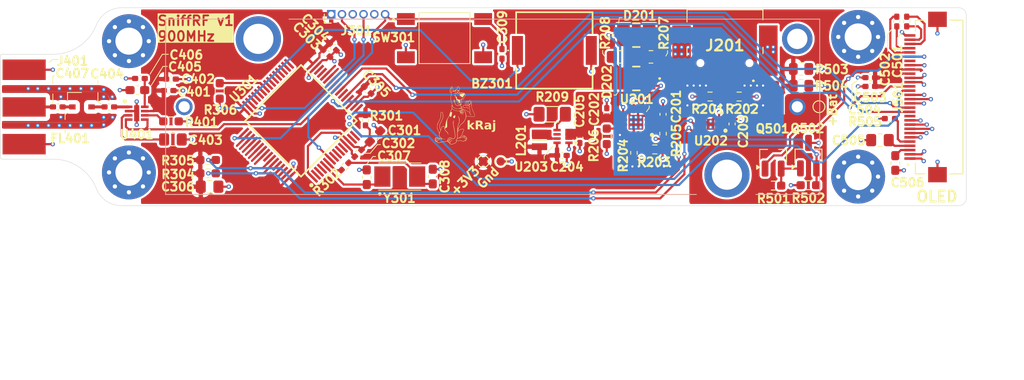
<source format=kicad_pcb>
(kicad_pcb (version 20241229) (generator "pcbnew") (generator_version "9.0")
  (title_block (title "SniffRF_900MHz") (date "2025-12-20") (rev "A") (company "Karthik Raj"))
  (layers (0 "F.Cu" signal "Top Layer") (4 "In1.Cu" signal) (6 "In2.Cu" signal) (2 "B.Cu" signal "Bottom Layer") (13 "F.Paste" user "Top Paste Mask Layer") (15 "B.Paste" user "Bottom Paste Mask Layer") (5 "F.SilkS" user "Top Silkscreen Layer") (7 "B.SilkS" user "Bottom Silkscreen Layer") (1 "F.Mask" user "Top Solder Mask Layer") (3 "B.Mask" user "Bottom Solder Mask Layer") (25 "Edge.Cuts" user))
  (net 0 "")
  (net 1 "Net-(BZ301-+)")
  (net 2 "+3V3_VDDA")
  (net 3 "Net-(U301-PH0_-OSC_IN)")
  (net 4 "Net-(C308-Pad2)")
  (net 5 "NRST")
  (net 6 "/UI/D0_SCLK")
  (net 7 "Net-(U401-CLPF)")
  (net 8 "Net-(U401-INHI)")
  (net 9 "RF_BPF")
  (net 10 "Net-(U401-INLO)")
  (net 11 "Net-(J401-In)")
  (net 12 "Net-(FL401-RF_IN)")
  (net 13 "/UI/C2P")
  (net 14 "/UI/C2N")
  (net 15 "/UI/C1P")
  (net 16 "/UI/C1N")
  (net 17 "/UI/VCOMH")
  (net 18 "/UI/VCC")
  (net 25 "SWDIO")
  (net 26 "SWCLK")
  (net 27 "unconnected-(U301-PA15-Pad50)")
  (net 28 "unconnected-(U301-PB8-Pad61)")
  (net 29 "unconnected-(U301-PC11-Pad52)")
  (net 31 "/UI/D1_MOSI")
  (net 33 "unconnected-(U301-PA11-Pad44)")
  (net 34 "unconnected-(U301-PC10-Pad51)")
  (net 35 "unconnected-(U301-PC15-OSC32_OUT-Pad4)")
  (net 36 "unconnected-(U301-PB9-Pad62)")
  (net 37 "unconnected-(U301-PD2-Pad54)")
  (net 38 "unconnected-(U301-PC12-Pad53)")
  (net 39 "unconnected-(U301-PC14-OSC32_IN-Pad3)")
  (net 40 "unconnected-(U301-PA12-Pad45)")
  (net 41 "unconnected-(U301-PC13-Pad2)")
  (net 42 "/UI/IREF")
  (net 43 "/UI/VBAT")
  (net 44 "/UI/CS")
  (net 45 "/UI/D2")
  (net 46 "/UI/RES")
  (net 47 "/UI/NC")
  (net 48 "/Power/Sw_3v3")
  (net 49 "Net-(Q501-G)")
  (net 50 "/MCU/OLED_Pwr_Con")
  (net 51 "Net-(U203-VSET)")
  (net 52 "Net-(U301-PH1-OSC_OUT)")
  (net 53 "Net-(U301-PA8)")
  (net 54 "Net-(U401-TADJ)")
  (net 55 "/MCU/I2C1_SDA")
  (net 56 "/MCU/I2C1_SCL")
  (net 59 "/MCU/pdBm")
  (net 60 "Net-(J201-PadA5)")
  (net 61 "Net-(J201-PadB5)")
  (net 62 "Net-(U201-ISET)")
  (net 63 "Net-(U201-ITERM)")
  (net 64 "Net-(U201-TS)")
  (net 65 "Net-(U201-ILIM)")
  (net 68 "GNDREF")
  (net 69 "+BATT")
  (net 70 "+3V3")
  (net 71 "Vsupply")
  (net 72 "Net-(D201-A)")
  (net 73 "Net-(D201-K)")
  (net 74 "Net-(D202-A)")
  (net 75 "Net-(D202-K)")
  (net 76 "+CHG")
  (net 77 "unconnected-(U301-PB2-Pad28)")
  (net 78 "unconnected-(U301-PC3-Pad11)")
  (net 79 "unconnected-(U301-PC8-Pad39)")
  (net 80 "unconnected-(U301-PB13-Pad34)")
  (net 81 "unconnected-(U301-PC9-Pad40)")
  (net 82 "unconnected-(U301-PB10-Pad29)")
  (net 83 "unconnected-(U301-PC2-Pad10)")
  (net 84 "unconnected-(U301-PB5-Pad57)")
  (net 85 "unconnected-(U301-PB0-Pad26)")
  (net 87 "unconnected-(U301-PB12-Pad33)")
  (net 88 "unconnected-(U301-PC7-Pad38)")
  (net 89 "unconnected-(U301-PB1-Pad27)")
  (net 90 "unconnected-(U301-PC0-Pad8)")
  (net 91 "unconnected-(U301-PC1-Pad9)")
  (net 92 "unconnected-(U301-PB3-Pad55)")
  (net 93 "unconnected-(U301-PC5-Pad25)")
  (net 94 "unconnected-(U301-PB4-Pad56)")
  (net 95 "unconnected-(U301-PB11-Pad30)")
  (net 96 "unconnected-(U301-PA9-Pad42)")
  (net 97 "unconnected-(U301-PB14-Pad35)")
  (net 99 "unconnected-(U301-PC6-Pad37)")
  (net 100 "unconnected-(U301-PB15-Pad36)")
  (net 101 "Mech_Anchor_1")
  (net 102 "Mech_Anchor_2")
  (net 103 "Mech_Anchor_3")
  (net 104 "Mech_Anchor_4")
  (footprint "Resistor_SMD:R_1206_3216Metric_Pad1.30x1.75mm_HandSolder" (layer "F.Cu") (at 106.236392 39.200696 180)
    (property "Reference" "R209")
    (property "Value" "267kΩ")
  )
  (footprint "Resistor_SMD:R_0603_1608Metric_Pad0.98x0.95mm_HandSolder" (layer "F.Cu") (at 67.069592 36.457496 -90)
    (property "Reference" "R306")
    (property "Value" "47Ω")
  )
  (footprint "Capacitor_SMD:C_0402_1005Metric_Pad0.74x0.62mm_HandSolder" (layer "F.Cu") (at 79.646419 32.018905 135)
    (property "Reference" "C303")
    (property "Value" "100nF")
  )
  (footprint "Resistor_SMD:R_0603_1608Metric_Pad0.98x0.95mm_HandSolder" (layer "F.Cu") (at 65.697992 44.585496)
    (property "Reference" "R305")
    (property "Value" "4.7kΩ")
  )
  (footprint "kRaj-KiCAD-Library:MCU_STM_QFP50P1200X1200X160-64N" (layer "F.Cu") (at 76.645392 39.970296 135)
    (property "Reference" "U301")
    (property "Value" "STM32L053R8T6" (hide yes))
  )
  (footprint "ESS-KiCad-Library:MountingHole_PC104_Reinforced" (layer "F.Cu") (at 56.373604 30.591665)
    (property "Reference" "H103" (hide yes))
    (property "Value" "MountingHole" (hide yes))
  )
  (footprint "Capacitor_SMD:C_0603_1608Metric_Pad1.08x0.95mm_HandSolder" (layer "F.Cu") (at 85.357592 41.816896 45)
    (property "Reference" "C301")
    (property "Value" "1uF")
  )
  (footprint "Resistor_SMD:R_0603_1608Metric_Pad0.98x0.95mm_HandSolder" (layer "F.Cu") (at 124.829192 37.117896)
    (property "Reference" "R201")
    (property "Value" "5.1kΩ")
  )
  (footprint "Resistor_SMD:R_0402_1005Metric_Pad0.72x0.64mm_HandSolder" (layer "F.Cu") (at 84.239992 39.911896 90)
    (property "Reference" "R301")
    (property "Value" "0Ω")
  )
  (footprint "kRaj-KiCAD-Library:SMA_Cinch_142-0701-851" (layer "F.Cu") (at 48.221792 40.531065 -90)
    (property "Reference" "J401")
    (property "Value" "Ant" (hide yes))
  )
  (footprint "Capacitor_SMD:C_0402_1005Metric_Pad0.74x0.62mm_HandSolder" (layer "F.Cu") (at 143.701392 35.924096 180)
    (property "Reference" "C504")
    (property "Value" "1uF 16V" (hide yes))
  )
  (footprint "Capacitor_SMD:C_0805_2012Metric_Pad1.18x1.45mm_HandSolder" (layer "F.Cu") (at 65.875792 47.735096)
    (property "Reference" "C306")
    (property "Value" "4.7uF")
  )
  (footprint "Resistor_SMD:R_0402_1005Metric_Pad0.72x0.64mm_HandSolder" (layer "F.Cu") (at 115.862992 43.747296 90)
    (property "Reference" "R204")
    (property "Value" "2.94kΩ")
  )
  (footprint "kRaj-KiCAD-Library:PowerPath_TI_QFN50P300X300X100-17N-D" (layer "F.Cu") (at 116.091592 40.140496 180)
    (property "Reference" "U201")
    (property "Value" "BQ24074RGTRG4" (hide yes))
  )
  (footprint "TestPoint:TestPoint_Pad_D1.0mm" (layer "F.Cu") (at 137.656192 38.311696)
    (property "Reference" "TP201" (hide yes))
    (property "Value" "+Batt")
  )
  (footprint "kRaj-KiCAD-Library:FuelGauge_AD_SON50P200X200X80-9N-D" (layer "F.Cu") (at 124.894491 40.382496 180)
    (property "Reference" "U202")
    (property "Value" "MAX17048G+T10" (hide yes))
  )
  (footprint "Resistor_SMD:R_0805_2012Metric_Pad1.20x1.40mm_HandSolder" (layer "F.Cu") (at 117.869592 32.444296)
    (property "Reference" "R207")
    (property "Value" "270Ω")
  )
  (footprint "Capacitor_SMD:C_0402_1005Metric_Pad0.74x0.62mm_HandSolder" (layer "F.Cu") (at 47.994192 38.337096 180)
    (property "Reference" "C407")
    (property "Value" "100pF")
  )
  (footprint "Capacitor_SMD:C_0603_1608Metric_Pad1.08x0.95mm_HandSolder" (layer "F.Cu") (at 92.164792 46.541296 -90)
    (property "Reference" "C308")
    (property "Value" "20pF" (hide yes))
  )
  (footprint "Capacitor_SMD:C_0805_2012Metric_Pad1.18x1.45mm_HandSolder" (layer "F.Cu") (at 144.844392 42.248696 180)
    (property "Reference" "C505")
    (property "Value" "4.7uF 16V X7R" (hide yes))
  )
  (footprint "TestPoint:TestPoint_Pad_D1.0mm" (layer "F.Cu") (at 100.165792 44.763296 180)
    (property "Reference" "TP203" (hide yes))
    (property "Value" "+Batt")
  )
  (footprint "kRaj-KiCAD-Library:LED_Dialight_5973308207F" (layer "F.Cu") (at 116.142392 34.984296 -90)
    (property "Reference" "D202")
    (property "Value" "LED Green" (hide yes))
  )
  (footprint "Capacitor_SMD:C_0603_1608Metric_Pad1.08x0.95mm_HandSolder" (layer "F.Cu") (at 57.366792 36.355896 180)
    (property "Reference" "C405")
    (property "Value" "47nF" (hide yes))
  )
  (footprint "Capacitor_SMD:C_0402_1005Metric_Pad0.74x0.62mm_HandSolder" (layer "F.Cu") (at 83.376392 43.798096 45)
    (property "Reference" "C302")
    (property "Value" "10nF")
  )
  (footprint "Capacitor_SMD:C_0402_1005Metric_Pad0.74x0.62mm_HandSolder" (layer "F.Cu") (at 143.701392 34.882696 180)
    (property "Reference" "C503")
    (property "Value" "1uF 16V" (hide yes))
  )
  (footprint "Resistor_SMD:R_0603_1608Metric_Pad0.98x0.95mm_HandSolder" (layer "F.Cu") (at 61.329192 40.038896)
    (property "Reference" "R401")
    (property "Value" "18kΩ" (hide yes))
  )
  (footprint "kRaj-KiCAD-Library:FFC_Hirose_FH12-30S-0.5SH_55__HIROSE_FH12-30S-0.5SH_55_" (layer "F.Cu") (at 148.368992 37.168696 90)
    (property "Reference" "J501")
    (property "Value" "FFC_Hirose_FH12-30S-0.5SH_55_" (hide yes))
  )
  (footprint "kRaj-KiCAD-Library:Buck_TI_SON50P150X200X100-8N-D" (layer "F.Cu") (at 107.506392 41.816896 180)
    (property "Reference" "U203")
    (property "Value" "TPS62840DLCR" (hide yes))
  )
  (footprint "Connector_PinHeader_1.27mm:PinHeader_1x06_P1.27mm_Vertical" (layer "F.Cu") (at 80.201392 27.415096 90)
    (property "Reference" "J301")
    (property "Value" "SWD")
  )
  (footprint "Resistor_SMD:R_0603_1608Metric_Pad0.98x0.95mm_HandSolder" (layer "F.Cu") (at 132.296792 47.608096)
    (property "Reference" "R501")
    (property "Value" "47kΩ" (hide yes))
  )
  (footprint "Resistor_SMD:R_0603_1608Metric_Pad0.98x0.95mm_HandSolder" (layer "F.Cu") (at 118.325392 43.344896 180)
    (property "Reference" "R203")
    (property "Value" "590Ω")
  )
  (footprint "ESS-KiCad-Library:MountingHole_PC104_Reinforced" (layer "F.Cu") (at 142.276404 46.550865)
    (property "Reference" "H101" (hide yes))
    (property "Value" "MountingHole" (hide yes))
  )
  (footprint "kRaj-KiCAD-Library:RssiDet_AnalogDevices_SON50P200X300X80-9N-D" (layer "F.Cu") (at 57.29036 39.079633)
    (property "Reference" "U401")
    (property "Value" "AD8317ACPZ-R7" (hide yes))
  )
  (footprint "Capacitor_SMD:C_0603_1608Metric_Pad1.08x0.95mm_HandSolder" (layer "F.Cu") (at 146.647792 44.941096 -90)
    (property "Reference" "C506")
    (property "Value" "2.2uF 16V" (hide yes))
  )
  (footprint "Resistor_SMD:R_0805_2012Metric_Pad1.20x1.40mm_HandSolder" (layer "F.Cu") (at 114.262792 32.444296)
    (property "Reference" "R208")
    (property "Value" "270Ω")
  )
  (footprint "kRaj-KiCAD-Library:LED_Dialight_5973308207F" (layer "F.Cu") (at 116.142392 29.878896 90)
    (property "Reference" "D201")
    (property "Value" "LED Red" (hide yes))
  )
  (footprint "Capacitor_SMD:C_0402_1005Metric_Pad0.74x0.62mm_HandSolder" (layer "F.Cu") (at 112.662592 39.048296 90)
    (property "Reference" "C202")
    (property "Value" "4.7uF")
  )
  (footprint "Resistor_SMD:R_0805_2012Metric" (layer "F.Cu") (at 135.547992 35.847896)
    (property "Reference" "R504")
    (property "Value" "4.7kΩ" (hide yes))
  )
  (footprint "Capacitor_SMD:C_0402_1005Metric_Pad0.74x0.62mm_HandSolder" (layer "F.Cu") (at 107.373144 44.052504)
    (property "Reference" "C204")
    (property "Value" "10uF")
  )
  (footprint "kRaj-KiCAD-Library:Connector_GCT_USB4110GFA" (layer "F.Cu") (at 126.581792 30.564696 180)
    (property "Reference" "J201")
    (property "Value" "USBC" (hide yes))
  )
  (footprint "Resistor_SMD:R_0603_1608Metric_Pad0.98x0.95mm_HandSolder" (layer "F.Cu") (at 128.258192 37.117896 180)
    (property "Reference" "R202")
    (property "Value" "5.1kΩ")
  )
  (footprint "Package_TO_SOT_SMD:SOT-23_Handsoldering" (layer "F.Cu") (at 132.256892 44.102896 90)
    (property "Reference" "Q501")
    (property "Value" "PMOS" (hide yes))
  )
  (footprint "Capacitor_SMD:C_0402_1005Metric_Pad0.74x0.62mm_HandSolder" (layer "F.Cu") (at 127.425091 40.343696 90)
    (property "Reference" "C203")
    (property "Value" "100nF")
  )
  (footprint "Capacitor_SMD:C_0402_1005Metric_Pad0.74x0.62mm_HandSolder" (layer "F.Cu") (at 119.290592 39.204696 90)
    (property "Reference" "C201")
    (property "Value" "4.7uF")
  )
  (footprint "Resistor_SMD:R_0603_1608Metric_Pad0.98x0.95mm_HandSolder" (layer "F.Cu") (at 112.661192 41.803496 -90)
    (property "Reference" "R206")
    (property "Value" "1.1kΩ")
  )
  (footprint "Resistor_SMD:R_0603_1608Metric_Pad0.98x0.95mm_HandSolder" (layer "F.Cu") (at 136.411592 47.557296 180)
    (property "Reference" "R502")
    (property "Value" "47kΩ" (hide yes))
  )
  (footprint "kRaj-KiCAD-Library:Inductor_Murata_1286ASH1R0MP2" (layer "F.Cu") (at 104.737792 42.223296 -90)
    (property "Reference" "L201")
    (property "Value" "2.2uH" (hide yes))
  )
  (footprint "Capacitor_SMD:C_0402_1005Metric_Pad0.74x0.62mm_HandSolder" (layer "F.Cu") (at 57.671592 34.984296 180)
    (property "Reference" "C406")
    (property "Value" "100pF" (hide yes))
  )
  (footprint "Resistor_SMD:R_0402_1005Metric_Pad0.72x0.64mm_HandSolder" (layer "F.Cu") (at 146.012792 39.708696 180)
    (property "Reference" "R505")
    (property "Value" "910kΩ" (hide yes))
  )
  (footprint "kRaj-KiCAD-Library:BPF_Qualcomm_B39921B3728U410" (layer "F.Cu") (at 49.338992 39.837096 -90)
    (property "Reference" "FL401")
    (property "Value" "~" (hide yes))
  )
  (footprint "Capacitor_SMD:C_0603_1608Metric_Pad1.08x0.95mm_HandSolder" (layer "F.Cu") (at 84.392392 46.617496 -90)
    (property "Reference" "C307")
    (property "Value" "20pF" (hide yes))
  )
  (footprint "Capacitor_SMD:C_0805_2012Metric_Pad1.18x1.45mm_HandSolder" (layer "F.Cu") (at 61.557792 42.172496 180)
    (property "Reference" "C403")
    (property "Value" "10nF" (hide yes))
  )
  (footprint "Resistor_SMD:R_0805_2012Metric" (layer "F.Cu") (at 135.547992 33.866696)
    (property "Reference" "R503")
    (property "Value" "4.7kΩ" (hide yes))
  )
  (footprint "Resistor_SMD:R_0603_1608Metric_Pad0.98x0.95mm_HandSolder" (layer "F.Cu") (at 65.697992 46.160296)
    (property "Reference" "R304")
    (property "Value" "4.7kΩ")
  )
  (footprint "Package_TO_SOT_SMD:SOT-23_Handsoldering" (layer "F.Cu") (at 136.426792 44.076096 90)
    (property "Reference" "Q502")
    (property "Value" "NMOS" (hide yes))
  )
  (footprint "kRaj-KiCAD-Library:Buzzer_Murata_PKMCS0909E4000R1" (layer "F.Cu") (at 106.490392 31.682296)
    (property "Reference" "BZ301")
    (property "Value" "Buzzer" (hide yes))
  )
  (footprint "kRaj-KiCAD-Library:sniffRF" (layer "F.Cu") (at 94.653992 39.581696)
    (property "Reference" "G***" (hide yes))
    (property "Value" "LOGO" (hide yes))
  )
  (footprint "Resistor_SMD:R_0402_1005Metric_Pad0.72x0.64mm_HandSolder" (layer "F.Cu") (at 119.290592 41.490696 90)
    (property "Reference" "R205")
    (property "Value" "10kΩ")
  )
  (footprint "ESS-KiCad-Library:MountingHole_PC104_Reinforced" (layer "F.Cu") (at 56.373604 46.050865)
    (property "Reference" "H104" (hide yes))
    (property "Value" "MountingHole" (hide yes))
  )
  (footprint "kRaj-KiCAD-Library:Crystal_ECS_ECS801230QDSTR" (layer "F.Cu") (at 88.278592 46.541296)
    (property "Reference" "Y301")
    (property "Value" "Crystal" (hide yes))
  )
  (footprint "Capacitor_SMD:C_0402_1005Metric_Pad0.74x0.62mm_HandSolder" (layer "F.Cu") (at 54.064792 38.337096 180)
    (property "Reference" "C404")
    (property "Value" "33pF" (hide yes))
  )
  (footprint "kRaj-KiCAD-Library:Button_TE_FSM6JSMATR" (layer "F.Cu") (at 92.774392 30.234496 90)
    (property "Reference" "SW301")
    (property "Value" "Reset" (hide yes))
  )
  (footprint "TestPoint:TestPoint_Pad_D1.0mm" (layer "F.Cu") (at 98.108392 44.763296)
    (property "Reference" "TP202" (hide yes))
    (property "Value" "+Batt")
  )
  (footprint "Resistor_SMD:R_0402_1005Metric_Pad0.72x0.64mm_HandSolder" (layer "F.Cu") (at 81.826992 45.347496 -135)
    (property "Reference" "R302")
    (property "Value" "390Ω")
  )
  (footprint "Capacitor_SMD:C_0402_1005Metric_Pad0.74x0.62mm_HandSolder" (layer "F.Cu") (at 146.825592 28.278696 90)
    (property "Reference" "C502")
    (property "Value" "1uF 16V X5R" (hide yes))
  )
  (footprint "Capacitor_SMD:C_0402_1005Metric_Pad0.74x0.62mm_HandSolder" (layer "F.Cu") (at 61.330292 35.060496 180)
    (property "Reference" "C402")
    (property "Value" "100pF")
  )
  (footprint "ESS-KiCad-Library:MountingHole_PC104_Reinforced" (layer "F.Cu") (at 142.276404 30.091665)
    (property "Reference" "H102" (hide yes))
    (property "Value" "MountingHole" (hide yes))
  )
  (footprint "Capacitor_SMD:C_0402_1005Metric_Pad0.74x0.62mm_HandSolder" (layer "F.Cu") (at 100.318192 32.088696 90)
    (property "Reference" "C309")
    (property "Value" "100nF")
  )
  (footprint "Capacitor_SMD:C_0402_1005Metric_Pad0.74x0.62mm_HandSolder" (layer "F.Cu") (at 147.993992 28.278696 90)
    (property "Reference" "C501")
    (property "Value" "1uF 16V X5R" (hide yes))
  )
  (footprint "Capacitor_SMD:C_0402_1005Metric_Pad0.74x0.62mm_HandSolder" (layer "F.Cu") (at 61.049792 36.406696)
    (property "Reference" "C401")
    (property "Value" "100nF" (hide yes))
  )
  (footprint "Capacitor_SMD:C_0402_1005Metric_Pad0.74x0.62mm_HandSolder" (layer "F.Cu") (at 80.408419 31.256905 135)
    (property "Reference" "C304")
    (property "Value" "100nF")
  )
  (footprint "Capacitor_SMD:C_0402_1005Metric_Pad0.74x0.62mm_HandSolder" (layer "F.Cu") (at 109.487592 42.020096 -90)
    (property "Reference" "C205")
    (property "Value" "4.7uF")
  )
  (footprint "Capacitor_SMD:C_0402_1005Metric_Pad0.74x0.62mm_HandSolder" (layer "F.Cu") (at 84.493992 36.355896 135)
    (property "Reference" "C305")
    (property "Value" "100nF")
  )
  (footprint "kRaj-KiCAD-Library:BatteryHolder_Keystone_1043P" (layer "B.Cu") (at 99.223404 38.321265)
    (property "Reference" "BT201" (hide yes))
    (property "Value" "18650_Cell" (hide yes))
  )
  (gr_line (start 117.666392 38.464096) (end 117.336192 38.895896) (stroke (width 0.1)) (layer "F.SilkS"))
  (gr_line (start 61.024392 32.139496) (end 60.313192 32.139496) (stroke (width 0.1)) (layer "F.SilkS"))
  (gr_line (start 145.758792 29.777296) (end 146.292192 29.091496) (stroke (width 0.1)) (layer "F.SilkS"))
  (gr_line (start 60.389392 33.561896) (end 58.992392 35.822496) (stroke (width 0.1)) (layer "F.SilkS"))
  (gr_line (start 119.825392 31.987096) (end 119.622192 32.342696) (stroke (width 0.1)) (layer "F.SilkS"))
  (gr_line (start 112.179992 32.037896) (end 112.433992 32.393496) (stroke (width 0.1)) (layer "F.SilkS"))
  (gr_line (start 48.857792 39.251496) (end 49.137192 38.997496) (stroke (width 0.1)) (layer "F.SilkS"))
  (gr_line (start 48.857792 41.385096) (end 48.857792 41.042196) (stroke (width 0.1)) (layer "F.SilkS"))
  (gr_line (start 85.128992 44.179096) (end 84.417792 45.042696) (stroke (width 0.1)) (layer "F.SilkS"))
  (gr_line (start 142.101192 36.105071) (end 142.466043 35.823831) (stroke (width 0.1)) (layer "F.SilkS"))
  (gr_line (start 52.718592 35.263696) (end 52.718592 35.619296) (stroke (width 0.1)) (layer "F.SilkS"))
  (gr_line (start 85.433792 44.179096) (end 85.128992 44.179096) (stroke (width 0.1)) (layer "F.SilkS"))
  (gr_line (start 119.825392 31.707696) (end 119.825392 31.987096) (stroke (width 0.1)) (layer "F.SilkS"))
  (gr_line (start 84.798792 43.798096) (end 84.062192 43.798096) (stroke (width 0.1)) (layer "F.SilkS"))
  (gr_line (start 48.857792 39.822996) (end 48.857792 39.264196) (stroke (width 0.1)) (layer "F.SilkS"))
  (gr_line (start 85.992592 42.782096) (end 85.636992 42.782096) (stroke (width 0.1)) (layer "F.SilkS"))
  (gr_line (start 146.901792 31.072696) (end 146.901792 30.209096) (stroke (width 0.1)) (layer "F.SilkS"))
  (gr_line (start 47.409992 34.755696) (end 47.409992 35.619296) (stroke (width 0.1)) (layer "F.SilkS"))
  (gr_line (start 47.409992 37.676696) (end 47.409992 37.956096) (stroke (width 0.1)) (layer "F.SilkS"))
  (gr_line (start 52.718592 37.752896) (end 53.074192 37.956096) (stroke (width 0.1)) (layer "F.SilkS"))
  (gr_line (start 113.754792 36.940096) (end 114.110392 36.432096) (stroke (width 0.1)) (layer "F.SilkS"))
  (gr_line (start 145.758792 31.834696) (end 145.758792 29.777296) (stroke (width 0.1)) (layer "F.SilkS"))
  (gr_line (start 47.384592 32.749096) (end 46.978192 33.079296) (stroke (width 0.1)) (layer "F.SilkS"))
  (gr_line (start 141.542392 37.752896) (end 141.542392 35.708196) (stroke (width 0.1)) (layer "F.SilkS"))
  (gr_line (start 117.666392 38.210096) (end 117.666392 38.464096) (stroke (width 0.1)) (layer "F.SilkS"))
  (gr_line (start 48.044992 32.749096) (end 47.384592 32.749096) (stroke (width 0.1)) (layer "F.SilkS"))
  (gr_line (start 146.902352 30.203412) (end 147.612992 29.294696) (stroke (width 0.1)) (layer "F.SilkS"))
  (gr_line (start 113.500792 36.940096) (end 113.754792 36.940096) (stroke (width 0.1)) (layer "F.SilkS"))
  (gr_line (start 141.542392 35.695496) (end 142.514735 34.959119) (stroke (width 0.1)) (layer "F.SilkS"))
  (gr_line (start 142.101192 36.381296) (end 142.101192 36.105071) (stroke (width 0.1)) (layer "F.SilkS"))
  (gr_line (start 105.296592 44.483896) (end 105.296592 44.128296) (stroke (width 0.1)) (layer "F.SilkS"))
  (gr_line (start 85.636992 42.782096) (end 84.798792 43.798096) (stroke (width 0.1)) (layer "F.SilkS"))
  (gr_line (start 47.613192 34.603296) (end 47.409992 34.755696) (stroke (width 0.1)) (layer "F.SilkS"))
  (gr_line (start 60.313192 32.139496) (end 58.865392 34.476296) (stroke (width 0.1)) (layer "F.SilkS"))
  (gr_line (start 114.465992 27.821496) (end 114.161192 27.821496) (stroke (width 0.1)) (layer "F.SilkS"))
  (gr_line (start 86.881592 41.562896) (end 86.449792 41.562896) (stroke (width 0.1)) (layer "F.SilkS"))
  (gr_line (start 114.161192 27.846896) (end 114.034192 28.456496) (stroke (width 0.1)) (layer "F.SilkS"))
  (gr_line (start 52.718592 37.448096) (end 52.718592 37.752896) (stroke (width 0.1)) (layer "F.SilkS"))
  (gr_line (start 52.718592 36.660696) (end 52.718592 37.448096) (stroke (width 0.1)) (layer "F.SilkS"))
  (gr_line (start 47.409992 36.813096) (end 47.409992 37.676696) (stroke (width 0.1)) (layer "F.SilkS"))
  (gr_line (start 112.179992 31.682296) (end 112.179992 32.037896) (stroke (width 0.1)) (layer "F.SilkS"))
  (gr_line (start 60.897392 33.561896) (end 60.389392 33.561896) (stroke (width 0.1)) (layer "F.SilkS"))
  (gr_line (start 105.296592 44.128296) (end 106.287192 42.985296) (stroke (width 0.1)) (layer "F.SilkS"))
  (gr_arc (start 155.004392 49.081296) (mid 154.74401 49.709914) (end 154.115392 49.970296) (stroke (width 0.05)) (layer "Edge.Cuts"))
  (gr_arc (start 154.115392 26.653096) (mid 154.74401 26.913478) (end 155.004392 27.542096) (stroke (width 0.05)) (layer "Edge.Cuts"))
  (gr_line (start 56.45268 26.652831) (end 55.512592 26.653096) (stroke (width 0.05)) (layer "Edge.Cuts"))
  (gr_arc (start 55.537992 49.970296) (mid 53.727791 49.432424) (end 52.540792 47.963696) (stroke (width 0.05)) (layer "Edge.Cuts"))
  (gr_arc (start 52.535277 28.685096) (mid 50.605645 31.143651) (end 47.639376 32.128142) (stroke (width 0.05)) (layer "Edge.Cuts"))
  (gr_line (start 154.115392 49.970296) (end 55.537992 49.970296) (stroke (width 0.05)) (layer "Edge.Cuts"))
  (gr_line (start 154.115392 26.653096) (end 56.452392 26.653096) (stroke (width 0.05)) (layer "Edge.Cuts"))
  (gr_arc (start 52.540792 28.685096) (mid 53.717851 27.209146) (end 55.521811 26.652706) (stroke (width 0.05)) (layer "Edge.Cuts"))
  (gr_arc (start 41.213354 32.368125) (mid 41.281917 32.198606) (end 41.450662 32.12816) (stroke (width 0.05)) (layer "Edge.Cuts"))
  (gr_arc (start 41.470719 44.493086) (mid 41.278103 44.388513) (end 41.213354 44.179125) (stroke (width 0.05)) (layer "Edge.Cuts"))
  (gr_line (start 47.64003 32.128119) (end 41.453781 32.12816) (stroke (width 0.05)) (layer "Edge.Cuts"))
  (gr_line (start 47.689392 44.493341) (end 41.473307 44.493361) (stroke (width 0.05)) (layer "Edge.Cuts"))
  (gr_line (start 41.213354 32.368125) (end 41.213354 44.179125) (stroke (width 0.05)) (layer "Edge.Cuts"))
  (gr_line (start 155.004392 49.0813) (end 155.004392 27.542096) (stroke (width 0.05)) (layer "Edge.Cuts"))
  (gr_arc (start 47.691719 44.493009) (mid 50.629423 45.511381) (end 52.540792 47.963696) (stroke (width 0.05)) (layer "Edge.Cuts"))
  (gr_text "OLED" (at 149.009992 49.640096 0) (layer "F.SilkS") (effects (font (size 1.27 1.27) (thickness 0.254) (bold yes)) (justify left bottom)))
  (gr_text "+Bat" (at 139.840592 40.800896 90) (layer "F.SilkS") (effects (font (size 1.016 1.016) (thickness 0.2286) (bold yes)) (justify left bottom)))
  (gr_text "SniffRF v1\n900MHz" (at 59.627392 30.691696 0) (layer "F.SilkS" knockout) (effects (font (size 1.143 1.143) (thickness 0.2286) (bold yes)) (justify left bottom)))
  (gr_text "Gnd" (at 97.981392 48.217696 45) (layer "F.SilkS") (effects (font (size 1.016 1.016) (thickness 0.2286) (bold yes)) (justify left bottom)))
  (gr_text "kRaj" (at 96.152592 41.156496 0) (layer "F.SilkS") (effects (font (size 1.016 1.016) (thickness 0.2286) (bold yes)) (justify left bottom)))
  (gr_text "+3V3" (at 94.831792 49.005096 45) (layer "F.SilkS") (effects (font (size 1.016 1.016) (thickness 0.2286) (bold yes)) (justify left bottom)))
  (segment (start 102.140392 33.917496) (end 102.140392 31.682296) (width 0.254) (layer "F.Cu") (net 1))
  (segment (start 67.069592 37.573196) (end 67.069592 38.464096) (width 0.254) (layer "F.Cu") (net 1))
  (via (at 102.140392 33.917496) (size 0.508) (drill 0.254) (layers "F.Cu" "B.Cu") (net 1))
  (via (at 67.069592 38.464096) (size 0.508) (drill 0.254) (layers "F.Cu" "B.Cu") (net 1))
  (segment (start 100.844992 35.212896) (end 102.140392 33.917496) (width 0.254) (layer "B.Cu") (net 1))
  (segment (start 78.728192 29.269296) (end 90.666192 29.269296) (width 0.254) (layer "B.Cu") (net 1))
  (segment (start 90.666192 29.269296) (end 96.609792 35.212896) (width 0.254) (layer "B.Cu") (net 1))
  (segment (start 96.609792 35.212896) (end 100.844992 35.212896) (width 0.254) (layer "B.Cu") (net 1))
  (segment (start 69.533392 38.464096) (end 78.728192 29.269296) (width 0.254) (layer "B.Cu") (net 1))
  (segment (start 67.069592 38.464096) (end 69.533392 38.464096) (width 0.254) (layer "B.Cu") (net 1))
  (segment (start 102.140392 33.917496) (end 102.140392 33.924096) (width 0.254) (layer "B.Cu") (net 1))
  (segment (start 84.747712 42.426776) (end 84.747992 42.426496) (width 0.254) (layer "F.Cu") (net 2))
  (segment (start 83.777675 43.396813) (end 83.777675 43.386579) (width 0.254) (layer "F.Cu") (net 2))
  (segment (start 78.05112 46.679325) (end 78.05112 46.677024) (width 0.254) (layer "F.Cu") (net 2))
  (segment (start 84.747992 42.426496) (end 84.747992 41.004096) (width 0.254) (layer "F.Cu") (net 2))
  (segment (start 84.747992 41.004096) (end 84.253292 40.509396) (width 0.254) (layer "F.Cu") (net 2))
  (segment (start 84.253292 40.509396) (end 84.239992 40.509396) (width 0.254) (layer "F.Cu") (net 2))
  (segment (start 77.458192 46.084096) (end 77.458192 42.959896) (width 0.254) (layer "F.Cu") (net 2))
  (segment (start 77.458192 42.959896) (end 79.032992 41.385096) (width 0.254) (layer "F.Cu") (net 2))
  (segment (start 78.05112 46.679325) (end 78.053421 46.679325) (width 0.254) (layer "F.Cu") (net 2))
  (segment (start 83.777675 43.386579) (end 83.452592 43.061496) (width 0.254) (layer "F.Cu") (net 2))
  (segment (start 84.747712 42.426776) (end 83.777675 43.396813) (width 0.254) (layer "F.Cu") (net 2))
  (segment (start 79.032992 41.385096) (end 81.242173 41.385096) (width 0.254) (layer "F.Cu") (net 2))
  (segment (start 78.05112 46.677024) (end 77.458192 46.084096) (width 0.254) (layer "F.Cu") (net 2))
  (segment (start 83.452592 43.061496) (end 82.919192 43.061496) (width 0.254) (layer "F.Cu") (net 2))
  (segment (start 82.919192 43.061496) (end 82.29333 42.435634) (width 0.254) (layer "F.Cu") (net 2))
  (segment (start 81.242173 41.385096) (end 82.293761 42.436684) (width 0.254) (layer "F.Cu") (net 2))
  (segment (start 85.790491 47.479997) (end 86.228592 47.041896) (width 0.254) (layer "F.Cu") (net 3))
  (segment (start 83.578493 47.479997) (end 81.680219 47.479997) (width 0.254) (layer "F.Cu") (net 3))
  (segment (start 84.392392 47.479997) (end 83.578493 47.479997) (width 0.254) (layer "F.Cu") (net 3))
  (segment (start 86.228592 47.041896) (end 86.228592 46.541296) (width 0.254) (layer "F.Cu") (net 3))
  (segment (start 84.392392 47.479997) (end 85.790491 47.479997) (width 0.254) (layer "F.Cu") (net 3))
  (segment (start 81.680219 47.479997) (end 79.465334 45.265112) (width 0.254) (layer "F.Cu") (net 3))
  (segment (start 92.164792 47.403797) (end 91.191093 47.403797) (width 0.254) (layer "F.Cu") (net 4))
  (segment (start 90.328592 46.305296) (end 88.948296 44.925) (width 0.254) (layer "F.Cu") (net 4))
  (segment (start 88.948296 44.925) (end 82.249488 44.925) (width 0.254) (layer "F.Cu") (net 4))
  (segment (start 90.328592 46.541296) (end 90.328592 46.305296) (width 0.254) (layer "F.Cu") (net 4))
  (segment (start 91.191093 47.403797) (end 90.328592 46.541296) (width 0.254) (layer "F.Cu") (net 4))
  (segment (start 82.233392 44.941096) (end 82.224088 44.9504) (width 0.254) (layer "F.Cu") (net 4))
  (segment (start 78.753592 43.137696) (end 80.172441 44.556545) (width 0.254) (layer "F.Cu") (net 5))
  (segment (start 86.551392 27.415096) (end 87.120792 27.984496) (width 0.254) (layer "F.Cu") (net 5))
  (segment (start 87.120792 27.984496) (end 88.999392 27.984496) (width 0.254) (layer "F.Cu") (net 5))
  (segment (start 85.027392 29.713796) (end 86.551392 28.189796) (width 0.254) (layer "F.Cu") (net 5))
  (segment (start 86.551392 28.189796) (end 86.551392 27.415096) (width 0.254) (layer "F.Cu") (net 5))
  (segment (start 93.536392 27.984496) (end 88.999392 27.984496) (width 0.254) (layer "F.Cu") (net 5))
  (segment (start 100.318192 31.521196) (end 100.318192 29.853496) (width 0.254) (layer "F.Cu") (net 5))
  (segment (start 100.318192 29.853496) (end 98.449192 27.984496) (width 0.254) (layer "F.Cu") (net 5))
  (segment (start 98.099392 27.984496) (end 93.536392 27.984496) (width 0.254) (layer "F.Cu") (net 5))
  (segment (start 80.172441 44.556545) (end 80.172441 44.558005) (width 0.254) (layer "F.Cu") (net 5))
  (segment (start 98.449192 27.984496) (end 98.099392 27.984496) (width 0.254) (layer "F.Cu") (net 5))
  (segment (start 85.027392 30.386896) (end 85.027392 29.713796) (width 0.254) (layer "F.Cu") (net 5))
  (segment (start 89.015192 28.000296) (end 88.999392 27.984496) (width 0.254) (layer "F.Cu") (net 5))
  (via (at 85.027392 30.386896) (size 0.508) (drill 0.254) (layers "F.Cu" "B.Cu") (net 5))
  (via (at 78.753592 43.137696) (size 0.508) (drill 0.254) (layers "F.Cu" "B.Cu") (net 5))
  (segment (start 85.027392 31.936296) (end 77.508992 39.454696) (width 0.254) (layer "B.Cu") (net 5))
  (segment (start 77.508992 39.454696) (end 77.508992 41.893096) (width 0.254) (layer "B.Cu") (net 5))
  (segment (start 85.027392 30.386896) (end 85.027392 31.936296) (width 0.254) (layer "B.Cu") (net 5))
  (segment (start 77.508992 41.893096) (end 78.753592 43.137696) (width 0.254) (layer "B.Cu") (net 5))
  (segment (start 84.614266 34.476296) (end 81.940208 37.150354) (width 0.254) (layer "F.Cu") (net 6))
  (segment (start 146.012792 37.879896) (end 146.551592 38.418696) (width 0.254) (layer "F.Cu") (net 6))
  (segment (start 87.846792 36.101896) (end 86.221192 34.476296) (width 0.254) (layer "F.Cu") (net 6))
  (segment (start 146.551592 38.418696) (end 148.368992 38.418696) (width 0.254) (layer "F.Cu") (net 6))
  (segment (start 86.221192 34.476296) (end 84.614266 34.476296) (width 0.254) (layer "F.Cu") (net 6))
  (segment (start 137.960992 33.866696) (end 136.460492 33.866696) (width 0.254) (layer "F.Cu") (net 6))
  (via (at 146.012792 37.879896) (size 0.508) (drill 0.254) (layers "F.Cu" "B.Cu") (net 6))
  (via (at 87.846792 36.101896) (size 0.508) (drill 0.254) (layers "F.Cu" "B.Cu") (net 6))
  (via (at 137.960992 33.866696) (size 0.508) (drill 0.254) (layers "F.Cu" "B.Cu") (net 6))
  (segment (start 133.28739 33.866696) (end 126.65799 27.237296) (width 0.254) (layer "B.Cu") (net 6))
  (segment (start 137.960992 33.866696) (end 133.28739 33.866696) (width 0.254) (layer "B.Cu") (net 6))
  (segment (start 137.960992 33.866696) (end 138.722992 33.866696) (width 0.254) (layer "B.Cu") (net 6))
  (segment (start 126.65799 27.237296) (end 110.884592 27.237296) (width 0.254) (layer "B.Cu") (net 6))
  (segment (start 142.736192 37.879896) (end 146.012792 37.879896) (width 0.254) (layer "B.Cu") (net 6))
  (segment (start 138.722992 33.866696) (end 142.736192 37.879896) (width 0.254) (layer "B.Cu") (net 6))
  (segment (start 110.884592 27.237296) (end 102.019992 36.101896) (width 0.254) (layer "B.Cu") (net 6))
  (segment (start 102.019992 36.101896) (end 87.846792 36.101896) (width 0.254) (layer "B.Cu") (net 6))
  (segment (start 55.944392 42.172496) (end 60.520292 42.172496) (width 0.254) (layer "F.Cu") (net 7))
  (segment (start 55.815455 39.329633) (end 55.537992 39.607096) (width 0.254) (layer "F.Cu") (net 7))
  (segment (start 55.537992 39.607096) (end 55.537992 41.766096) (width 0.254) (layer "F.Cu") (net 7))
  (segment (start 55.537992 41.766096) (end 55.944392 42.172496) (width 0.254) (layer "F.Cu") (net 7))
  (segment (start 56.34036 39.329633) (end 55.815455 39.329633) (width 0.254) (layer "F.Cu") (net 7))
  (segment (start 54.617092 38.337096) (end 56.332897 38.337096) (width 0.342392) (layer "F.Cu") (net 8))
  (segment (start 51.963992 38.337096) (end 53.482092 38.337096) (width 0.342392) (layer "F.Cu") (net 9))
  (segment (start 58.239092 38.328365) (end 58.24036 38.329633) (width 0.254) (layer "F.Cu") (net 10))
  (segment (start 58.239092 34.984296) (end 58.239092 38.328365) (width 0.254) (layer "F.Cu") (net 10))
  (segment (start 47.459061 38.340315) (end 47.46228 38.337096) (width 0.2) (layer "F.Cu") (net 11))
  (segment (start 44.031792 38.340315) (end 47.459061 38.340315) (width 0.342392) (layer "F.Cu") (net 11))
  (segment (start 48.561692 38.337096) (end 49.713992 38.337096) (width 0.342392) (layer "F.Cu") (net 12))
  (segment (start 149.323492 28.846196) (end 149.695792 29.218496) (width 0.254) (layer "F.Cu") (net 13))
  (segment (start 149.695792 29.218496) (end 149.695792 30.183696) (width 0.254) (layer "F.Cu") (net 13))
  (segment (start 149.460792 30.418696) (end 148.368992 30.418696) (width 0.254) (layer "F.Cu") (net 13))
  (segment (start 147.993992 28.846196) (end 149.323492 28.846196) (width 0.254) (layer "F.Cu") (net 13))
  (segment (start 149.695792 30.183696) (end 149.460792 30.418696) (width 0.254) (layer "F.Cu") (net 13))
  (segment (start 149.646592 30.918696) (end 148.368992 30.918696) (width 0.254) (layer "F.Cu") (net 14))
  (segment (start 149.255292 27.711196) (end 150.102192 28.558096) (width 0.254) (layer "F.Cu") (net 14))
  (segment (start 150.102192 28.558096) (end 150.102192 30.463096) (width 0.254) (layer "F.Cu") (net 14))
  (segment (start 150.102192 30.463096) (end 149.646592 30.918696) (width 0.254) (layer "F.Cu") (net 14))
  (segment (start 147.993992 27.711196) (end 149.255292 27.711196) (width 0.254) (layer "F.Cu") (net 14))
  (segment (start 147.095392 31.418696) (end 148.368992 31.418696) (width 0.254) (layer "F.Cu") (net 15))
  (segment (start 146.825592 28.846196) (end 146.825592 31.148896) (width 0.254) (layer "F.Cu") (net 15))
  (segment (start 146.825592 31.148896) (end 147.095392 31.418696) (width 0.254) (layer "F.Cu") (net 15))
  (segment (start 146.063592 28.050096) (end 146.063592 31.428296) (width 0.254) (layer "F.Cu") (net 16))
  (segment (start 146.825592 27.711196) (end 146.402492 27.711196) (width 0.254) (layer "F.Cu") (net 16))
  (segment (start 146.553992 31.918696) (end 148.368992 31.918696) (width 0.254) (layer "F.Cu") (net 16))
  (segment (start 146.063592 31.428296) (end 146.553992 31.918696) (width 0.254) (layer "F.Cu") (net 16))
  (segment (start 146.402492 27.711196) (end 146.063592 28.050096) (width 0.254) (layer "F.Cu") (net 16))
  (segment (start 148.368992 42.918696) (end 146.551892 42.918696) (width 0.254) (layer "F.Cu") (net 17))
  (segment (start 146.551892 42.918696) (end 145.881892 42.248696) (width 0.254) (layer "F.Cu") (net 17))
  (segment (start 147.307692 43.418696) (end 146.647792 44.078596) (width 0.254) (layer "F.Cu") (net 18))
  (segment (start 148.368992 43.418696) (end 147.307692 43.418696) (width 0.254) (layer "F.Cu") (net 18))
  (segment (start 82.944592 29.726496) (end 81.471392 28.253296) (width 0.254) (layer "F.Cu") (net 25))
  (segment (start 71.275505 38.489496) (end 70.64347 37.857461) (width 0.254) (layer "F.Cu") (net 25))
  (segment (start 72.047992 38.489496) (end 71.275505 38.489496) (width 0.254) (layer "F.Cu") (net 25))
  (segment (start 82.944592 30.386896) (end 82.944592 29.726496) (width 0.254) (layer "F.Cu") (net 25))
  (segment (start 81.471392 28.253296) (end 81.471392 27.415096) (width 0.254) (layer "F.Cu") (net 25))
  (via (at 82.944592 30.386896) (size 0.508) (drill 0.254) (layers "F.Cu" "B.Cu") (net 25))
  (via (at 72.047992 38.489496) (size 0.508) (drill 0.254) (layers "F.Cu" "B.Cu") (net 25))
  (segment (start 82.944592 32.622096) (end 77.077192 38.489496) (width 0.254) (layer "B.Cu") (net 25))
  (segment (start 77.077192 38.489496) (end 72.047992 38.489496) (width 0.254) (layer "B.Cu") (net 25))
  (segment (start 82.944592 30.386896) (end 82.944592 32.622096) (width 0.254) (layer "B.Cu") (net 25))
  (segment (start 84.011392 30.386896) (end 84.011392 27.415096) (width 0.254) (layer "F.Cu") (net 26))
  (segment (start 69.292847 42.020096) (end 69.936363 41.37658) (width 0.254) (layer "F.Cu") (net 26))
  (segment (start 68.822192 42.020096) (end 69.292847 42.020096) (width 0.254) (layer "F.Cu") (net 26))
  (segment (start 69.936363 41.37658) (end 69.936363 41.376024) (width 0.254) (layer "F.Cu") (net 26))
  (via (at 68.822192 42.020096) (size 0.508) (drill 0.254) (layers "F.Cu" "B.Cu") (net 26))
  (via (at 84.011392 30.386896) (size 0.508) (drill 0.254) (layers "F.Cu" "B.Cu") (net 26))
  (segment (start 74.232392 42.020096) (end 68.822192 42.020096) (width 0.254) (layer "B.Cu") (net 26))
  (segment (start 84.011392 32.241096) (end 74.232392 42.020096) (width 0.254) (layer "B.Cu") (net 26))
  (segment (start 84.011392 30.386896) (end 84.011392 32.241096) (width 0.254) (layer "B.Cu") (net 26))
  (segment (start 70.289916 41.729578) (end 70.289161 41.729578) (width 0.254) (layer "F.Cu") (net 27))
  (segment (start 69.653712 42.36892) (end 70.289916 41.732716) (width 0.254) (layers "F.Cu" "F.Mask") (net 27))
  (segment (start 69.653712 42.36892) (end 69.096116 42.926516) (width 0.254) (layers "F.Cu" "F.Mask") (net 27))
  (segment (start 70.289916 41.732716) (end 70.289916 41.729578) (width 0.254) (layer "F.Cu") (net 27))
  (segment (start 70.289916 41.729578) (end 70.288592 41.729578) (width 0.254) (layer "F.Cu") (net 27))
  (segment (start 74.179004 45.622071) (end 74.179004 45.618665) (width 0.254) (layer "F.Cu") (net 28))
  (segment (start 70.3602 43.072888) (end 70.996404 42.436684) (width 0.254) (layers "F.Cu" "F.Mask") (net 29))
  (segment (start 70.3602 43.072888) (end 69.802604 43.630484) (width 0.254) (layers "F.Cu" "F.Mask") (net 29))
  (segment (start 70.997023 42.436684) (end 70.996404 42.436684) (width 0.254) (layer "F.Cu") (net 29))
  (segment (start 70.997023 42.436684) (end 70.998037 42.436684) (width 0.254) (layer "F.Cu") (net 29))
  (segment (start 83.860452 33.815896) (end 81.233101 36.443247) (width 0.254) (layer "F.Cu") (net 31))
  (segment (start 148.365243 38.922445) (end 148.368992 38.918696) (width 0.254) (layer "F.Cu") (net 31))
  (segment (start 86.678392 33.815896) (end 83.860452 33.815896) (width 0.254) (layer "F.Cu") (net 31))
  (segment (start 89.777192 36.914696) (end 86.678392 33.815896) (width 0.254) (layer "F.Cu") (net 31))
  (segment (start 138.011792 35.847896) (end 136.460492 35.847896) (width 0.254) (layer "F.Cu") (net 31))
  (segment (start 143.600941 38.922445) (end 148.365243 38.922445) (width 0.254) (layer "F.Cu") (net 31))
  (via (at 89.777192 36.914696) (size 0.508) (drill 0.254) (layers "F.Cu" "B.Cu") (net 31))
  (via (at 143.600941 38.922445) (size 0.508) (drill 0.254) (layers "F.Cu" "B.Cu") (net 31))
  (via (at 138.011792 35.847896) (size 0.508) (drill 0.254) (layers "F.Cu" "B.Cu") (net 31))
  (segment (start 142.762741 38.922445) (end 143.600941 38.922445) (width 0.254) (layer "B.Cu") (net 31))
  (segment (start 134.481192 35.847896) (end 126.378592 27.745296) (width 0.254) (layer "B.Cu") (net 31))
  (segment (start 89.802592 36.889296) (end 89.777192 36.914696) (width 0.254) (layer "B.Cu") (net 31))
  (segment (start 126.378592 27.745296) (end 111.240192 27.745296) (width 0.254) (layer "B.Cu") (net 31))
  (segment (start 111.240192 27.745296) (end 102.096192 36.889296) (width 0.254) (layer "B.Cu") (net 31))
  (segment (start 102.096192 36.889296) (end 89.802592 36.889296) (width 0.254) (layer "B.Cu") (net 31))
  (segment (start 138.011792 35.847896) (end 139.688192 35.847896) (width 0.254) (layer "B.Cu") (net 31))
  (segment (start 138.011792 35.847896) (end 134.481192 35.847896) (width 0.254) (layer "B.Cu") (net 31))
  (segment (start 139.688192 35.847896) (end 142.762741 38.922445) (width 0.254) (layer "B.Cu") (net 31))
  (segment (start 71.350576 37.150354) (end 71.35 37.150354) (width 0.254) (layer "F.Cu") (net 33))
  (segment (start 70.007266 42.723608) (end 70.64347 42.087404) (width 0.254) (layers "F.Cu" "F.Mask") (net 34))
  (segment (start 70.64347 42.083131) (end 70.64347 42.085865) (width 0.254) (layer "F.Cu") (net 34))
  (segment (start 70.64347 42.083131) (end 70.64347 42.087404) (width 0.254) (layer "F.Cu") (net 34))
  (segment (start 70.007266 42.723608) (end 69.44967 43.281204) (width 0.254) (layers "F.Cu" "F.Mask") (net 34))
  (segment (start 79.11178 45.616028) (end 79.11178 45.618665) (width 0.254) (layer "F.Cu") (net 35))
  (segment (start 74.532557 45.972218) (end 74.531028 45.972218) (width 0.254) (layer "F.Cu") (net 36))
  (segment (start 71.70413 43.143791) (end 71.70413 43.151358) (width 0.254) (layer "F.Cu") (net 37))
  (segment (start 71.704284 43.143791) (end 71.70413 43.143791) (width 0.254) (layer "F.Cu") (net 37))
  (segment (start 71.067926 43.787562) (end 71.70413 43.151358) (width 0.254) (layers "F.Cu" "F.Mask") (net 37))
  (segment (start 71.067926 43.787562) (end 70.51033 44.345158) (width 0.254) (layers "F.Cu" "F.Mask") (net 37))
  (segment (start 70.714372 43.429916) (end 70.156776 43.987512) (width 0.254) (layers "F.Cu" "F.Mask") (net 38))
  (segment (start 71.350576 42.790238) (end 71.35563 42.790238) (width 0.254) (layer "F.Cu") (net 38))
  (segment (start 71.350576 42.790238) (end 71.350576 42.793712) (width 0.254) (layer "F.Cu") (net 38))
  (segment (start 70.714372 43.429916) (end 71.350576 42.793712) (width 0.254) (layers "F.Cu" "F.Mask") (net 38))
  (segment (start 78.753784 45.972218) (end 78.758227 45.972218) (width 0.254) (layer "F.Cu") (net 39))
  (segment (start 70.997023 37.503227) (end 70.997023 37.503908) (width 0.254) (layer "F.Cu") (net 40))
  (segment (start 78.404674 46.319378) (end 78.404674 46.325772) (width 0.254) (layer "F.Cu") (net 41))
  (segment (start 146.610292 39.708696) (end 146.622392 39.708696) (width 0.254) (layer "F.Cu") (net 42))
  (segment (start 147.249592 42.418696) (end 148.368992 42.418696) (width 0.254) (layer "F.Cu") (net 42))
  (segment (start 146.952592 40.038896) (end 146.952592 42.121696) (width 0.254) (layer "F.Cu") (net 42))
  (segment (start 146.622392 39.708696) (end 146.952592 40.038896) (width 0.254) (layer "F.Cu") (net 42))
  (segment (start 146.952592 42.121696) (end 147.249592 42.418696) (width 0.254) (layer "F.Cu") (net 42))
  (segment (start 133.287392 44.052096) (end 132.347592 44.052096) (width 0.254) (layer "F.Cu") (net 43))
  (segment (start 141.110592 35.035096) (end 140.627992 35.517696) (width 0.254) (layer "F.Cu") (net 43))
  (segment (start 134.252592 43.086896) (end 133.287392 44.052096) (width 0.254) (layer "F.Cu") (net 43))
  (segment (start 134.252592 41.842296) (end 134.252592 43.086896) (width 0.254) (layer "F.Cu") (net 43))
  (segment (start 140.627992 35.517696) (end 140.627992 37.752896) (width 0.254) (layer "F.Cu") (net 43))
  (segment (start 148.369192 32.418896) (end 148.368992 32.418696) (width 0.254) (layer "F.Cu") (net 43))
  (segment (start 135.243192 40.851696) (end 134.252592 41.842296) (width 0.254) (layer "F.Cu") (net 43))
  (segment (start 131.306892 45.092796) (end 131.306892 45.602896) (width 0.254) (layer "F.Cu") (net 43))
  (segment (start 150.051392 32.418896) (end 148.369192 32.418896) (width 0.254) (layer "F.Cu") (net 43))
  (segment (start 137.529192 40.851696) (end 135.243192 40.851696) (width 0.254) (layer "F.Cu") (net 43))
  (segment (start 132.347592 44.052096) (end 131.306892 45.092796) (width 0.254) (layer "F.Cu") (net 43))
  (segment (start 140.627992 37.752896) (end 137.529192 40.851696) (width 0.254) (layer "F.Cu") (net 43))
  (via (at 141.110592 35.035096) (size 0.508) (drill 0.254) (layers "F.Cu" "B.Cu") (net 43))
  (via (at 150.051392 32.418896) (size 0.508) (drill 0.254) (layers "F.Cu" "B.Cu") (net 43))
  (segment (start 144.590392 34.069896) (end 142.075792 34.069896) (width 0.254) (layer "B.Cu") (net 43))
  (segment (start 142.075792 34.069896) (end 141.110592 35.035096) (width 0.254) (layer "B.Cu") (net 43))
  (segment (start 149.949792 32.418896) (end 149.949592 32.418696) (width 0.254) (layer "B.Cu") (net 43))
  (segment (start 149.949592 32.418696) (end 146.241592 32.418696) (width 0.254) (layer "B.Cu") (net 43))
  (segment (start 150.051392 32.418896) (end 149.949792 32.418896) (width 0.254) (layer "B.Cu") (net 43))
  (segment (start 146.241592 32.418696) (end 144.590392 34.069896) (width 0.254) (layer "B.Cu") (net 43))
  (segment (start 146.068992 35.918696) (end 144.920592 37.067096) (width 0.254) (layer "F.Cu") (net 44))
  (segment (start 148.368992 35.918696) (end 146.068992 35.918696) (width 0.254) (layer "F.Cu") (net 44))
  (segment (start 142.101192 37.575096) (end 141.288392 38.387896) (width 0.254) (layer "F.Cu") (net 44))
  (segment (start 144.920592 37.067096) (end 142.609192 37.067096) (width 0.254) (layer "F.Cu") (net 44))
  (segment (start 81.547592 38.235496) (end 82.106392 37.676696) (width 0.254) (layer "F.Cu") (net 44))
  (segment (start 142.609192 37.067096) (end 142.101192 37.575096) (width 0.254) (layer "F.Cu") (net 44))
  (segment (start 80.988792 38.235496) (end 81.547592 38.235496) (width 0.254) (layer "F.Cu") (net 44))
  (segment (start 80.404592 37.651296) (end 80.988792 38.235496) (width 0.254) (layer "F.Cu") (net 44))
  (via (at 141.288392 38.387896) (size 0.508) (drill 0.254) (layers "F.Cu" "B.Cu") (net 44))
  (via (at 80.404592 37.651296) (size 0.508) (drill 0.254) (layers "F.Cu" "B.Cu") (net 44))
  (segment (start 102.324792 37.702096) (end 111.468792 28.558096) (width 0.254) (layer "B.Cu") (net 44))
  (segment (start 126.302392 28.558096) (end 134.430392 36.686096) (width 0.254) (layer "B.Cu") (net 44))
  (segment (start 139.586592 36.686096) (end 141.288392 38.387896) (width 0.254) (layer "B.Cu") (net 44))
  (segment (start 82.080992 37.702096) (end 102.324792 37.702096) (width 0.254) (layer "B.Cu") (net 44))
  (segment (start 111.468792 28.558096) (end 126.302392 28.558096) (width 0.254) (layer "B.Cu") (net 44))
  (segment (start 80.404592 37.651296) (end 80.912592 38.159296) (width 0.254) (layer "B.Cu") (net 44))
  (segment (start 81.547592 38.235496) (end 82.080992 37.702096) (width 0.254) (layer "B.Cu") (net 44))
  (segment (start 80.988792 38.235496) (end 81.547592 38.235496) (width 0.254) (layer "B.Cu") (net 44))
  (segment (start 134.430392 36.686096) (end 139.586592 36.686096) (width 0.254) (layer "B.Cu") (net 44))
  (segment (start 148.368992 36.418696) (end 147.524792 36.418696) (width 0.254) (layer "F.Cu") (net 46))
  (segment (start 82.360392 40.369096) (end 83.354421 41.363125) (width 0.254) (layer "F.Cu") (net 46))
  (segment (start 147.524792 36.418696) (end 147.079592 36.863896) (width 0.254) (layer "F.Cu") (net 46))
  (segment (start 83.354421 41.363125) (end 83.354421 41.376024) (width 0.254) (layer "F.Cu") (net 46))
  (via (at 82.360392 40.369096) (size 0.508) (drill 0.254) (layers "F.Cu" "B.Cu") (net 46))
  (via (at 147.079592 36.863896) (size 0.508) (drill 0.254) (layers "F.Cu" "B.Cu") (net 46))
  (segment (start 138.087992 44.864896) (end 137.071992 44.864896) (width 0.254) (layer "B.Cu") (net 46))
  (segment (start 97.397192 47.531896) (end 91.656792 41.791496) (width 0.254) (layer "B.Cu") (net 46))
  (segment (start 121.171592 47.531896) (end 97.397192 47.531896) (width 0.254) (layer "B.Cu") (net 46))
  (segment (start 83.773708 41.791496) (end 82.360392 40.37818) (width 0.254) (layer "B.Cu") (net 46))
  (segment (start 147.079592 39.302296) (end 145.834992 40.546896) (width 0.254) (layer "B.Cu") (net 46))
  (segment (start 135.116192 42.909096) (end 125.794392 42.909096) (width 0.254) (layer "B.Cu") (net 46))
  (segment (start 125.794392 42.909096) (end 121.171592 47.531896) (width 0.254) (layer "B.Cu") (net 46))
  (segment (start 82.360392 40.37818) (end 82.360392 40.369096) (width 0.254) (layer "B.Cu") (net 46))
  (segment (start 145.834992 40.546896) (end 142.405992 40.546896) (width 0.254) (layer "B.Cu") (net 46))
  (segment (start 142.405992 40.546896) (end 138.087992 44.864896) (width 0.254) (layer "B.Cu") (net 46))
  (segment (start 91.656792 41.791496) (end 83.773708 41.791496) (width 0.254) (layer "B.Cu") (net 46))
  (segment (start 137.071992 44.864896) (end 135.116192 42.909096) (width 0.254) (layer "B.Cu") (net 46))
  (segment (start 147.079592 36.863896) (end 147.079592 39.302296) (width 0.254) (layer "B.Cu") (net 46))
  (segment (start 133.209292 45.605296) (end 133.206892 45.602896) (width 0.254) (layer "F.Cu") (net 49))
  (segment (start 133.206892 45.602896) (end 135.449992 45.602896) (width 0.254) (layer "F.Cu") (net 49))
  (segment (start 133.209292 47.608096) (end 133.209292 45.605296) (width 0.254) (layer "F.Cu") (net 49))
  (segment (start 135.449992 45.602896) (end 135.476792 45.576096) (width 0.254) (layer "F.Cu") (net 49))
  (segment (start 137.325992 47.559196) (end 137.324092 47.557296) (width 0.254) (layer "F.Cu") (net 50))
  (segment (start 137.376792 45.576096) (end 137.376792 47.504596) (width 0.254) (layer "F.Cu") (net 50))
  (segment (start 82.336143 39.582847) (end 83.354421 38.564568) (width 0.254) (layer "F.Cu") (net 50))
  (segment (start 137.376792 45.576096) (end 137.376792 43.925096) (width 0.254) (layer "F.Cu") (net 50))
  (segment (start 137.376792 47.504596) (end 137.324092 47.557296) (width 0.254) (layer "F.Cu") (net 50))
  (via (at 82.336143 39.582847) (size 0.508) (drill 0.254) (layers "F.Cu" "B.Cu") (net 50))
  (via (at 137.376792 43.925096) (size 0.508) (drill 0.254) (layers "F.Cu" "B.Cu") (net 50))
  (segment (start 125.260992 42.172496) (end 135.624192 42.172496) (width 0.254) (layer "B.Cu") (net 50))
  (segment (start 97.676592 46.820696) (end 120.612792 46.820696) (width 0.254) (layer "B.Cu") (net 50))
  (segment (start 82.336143 39.582847) (end 82.336143 39.580545) (width 0.254) (layer "B.Cu") (net 50))
  (segment (start 82.919192 38.997496) (end 89.853392 38.997496) (width 0.254) (layer "B.Cu") (net 50))
  (segment (start 82.336143 39.580545) (end 82.919192 38.997496) (width 0.254) (layer "B.Cu") (net 50))
  (segment (start 120.612792 46.820696) (end 125.260992 42.172496) (width 0.254) (layer "B.Cu") (net 50))
  (segment (start 89.853392 38.997496) (end 97.676592 46.820696) (width 0.254) (layer "B.Cu") (net 50))
  (segment (start 135.624192 42.172496) (end 137.376792 43.925096) (width 0.254) (layer "B.Cu") (net 50))
  (segment (start 106.806392 40.408696) (end 107.786392 39.428696) (width 0.254) (layer "F.Cu") (net 51))
  (segment (start 107.786392 39.428696) (end 107.786392 39.200696) (width 0.254) (layer "F.Cu") (net 51))
  (segment (start 106.806392 41.066896) (end 106.806392 40.408696) (width 0.254) (layer "F.Cu") (net 51))
  (segment (start 79.818887 44.911558) (end 80.702721 45.795392) (width 0.254) (layer "F.Cu") (net 52))
  (segment (start 80.702721 45.795392) (end 81.379096 45.795392) (width 0.254) (layer "F.Cu") (net 52))
  (segment (start 67.384874 35.432914) (end 67.069592 35.748196) (width 0.254) (layer "F.Cu") (net 53))
  (segment (start 72.411237 36.089694) (end 72.403438 36.089694) (width 0.254) (layer "F.Cu") (net 53))
  (segment (start 67.300092 35.517696) (end 67.069592 35.748196) (width 0.254) (layer "F.Cu") (net 53))
  (segment (start 72.411237 36.084141) (end 71.844792 35.517696) (width 0.254) (layer "F.Cu") (net 53))
  (segment (start 71.844792 35.517696) (end 67.300092 35.517696) (width 0.254) (layer "F.Cu") (net 53))
  (segment (start 72.411237 36.089694) (end 72.411237 36.084141) (width 0.254) (layer "F.Cu") (net 53))
  (segment (start 59.707429 39.329633) (end 60.416692 40.038896) (width 0.254) (layer "F.Cu") (net 54))
  (segment (start 58.24036 39.329633) (end 59.707429 39.329633) (width 0.254) (layer "F.Cu") (net 54))
  (segment (start 72.225792 46.160296) (end 73.471897 44.914191) (width 0.254) (layer "F.Cu") (net 55))
  (segment (start 122.339992 40.800896) (end 122.670192 41.131096) (width 0.254) (layer "F.Cu") (net 55))
  (segment (start 65.723392 46.160296) (end 66.610492 46.160296) (width 0.254) (layer "F.Cu") (net 55))
  (segment (start 73.471897 44.914191) (end 73.471897 44.911558) (width 0.254) (layer "F.Cu") (net 55))
  (segment (start 121.806592 46.261896) (end 121.806592 43.874296) (width 0.254) (layer "F.Cu") (net 55))
  (segment (start 111.087792 49.106696) (end 118.961792 49.106696) (width 0.254) (layer "F.Cu") (net 55))
  (segment (start 118.961792 49.106696) (end 121.806592 46.261896) (width 0.254) (layer "F.Cu") (net 55))
  (segment (start 123.893091 41.131096) (end 123.894491 41.132496) (width 0.254) (layer "F.Cu") (net 55))
  (segment (start 122.670192 41.131096) (end 123.893091 41.131096) (width 0.254) (layer "F.Cu") (net 55))
  (segment (start 71.336792 46.160296) (end 72.225792 46.160296) (width 0.254) (layer "F.Cu") (net 55))
  (via (at 65.723392 46.160296) (size 0.508) (drill 0.254) (layers "F.Cu" "B.Cu") (net 55))
  (via (at 122.339992 40.800896) (size 0.508) (drill 0.254) (layers "F.Cu" "B.Cu") (net 55))
  (via (at 71.336792 46.160296) (size 0.508) (drill 0.254) (layers "F.Cu" "B.Cu") (net 55))
  (via (at 111.087792 49.106696) (size 0.508) (drill 0.254) (layers "F.Cu" "B.Cu") (net 55))
  (via (at 121.806592 43.874296) (size 0.508) (drill 0.254) (layers "F.Cu" "B.Cu") (net 55))
  (segment (start 111.087792 49.106696) (end 76.492992 49.106696) (width 0.254) (layer "B.Cu") (net 55))
  (segment (start 121.806592 41.334296) (end 121.806592 43.874296) (width 0.254) (layer "B.Cu") (net 55))
  (segment (start 76.492992 49.106696) (end 73.546592 46.160296) (width 0.254) (layer "B.Cu") (net 55))
  (segment (start 122.339992 40.800896) (end 121.806592 41.334296) (width 0.254) (layer "B.Cu") (net 55))
  (segment (start 73.546592 46.160296) (end 71.819392 46.160296) (width 0.254) (layer "B.Cu") (net 55))
  (segment (start 71.819392 46.160296) (end 65.723392 46.160296) (width 0.254) (layer "B.Cu") (net 55))
  (segment (start 65.723392 44.585496) (end 66.610492 44.585496) (width 0.254) (layer "F.Cu") (net 56))
  (segment (start 73.118343 44.558005) (end 73.118343 44.558945) (width 0.254) (layer "F.Cu") (net 56))
  (segment (start 122.543192 39.962696) (end 123.212992 40.632496) (width 0.254) (layer "F.Cu") (net 56))
  (segment (start 72.121182 45.553706) (end 73.114792 44.560096) (width 0.254) (layer "F.Cu") (net 56))
  (segment (start 121.146192 44.204496) (end 121.146192 45.703096) (width 0.254) (layer "F.Cu") (net 56))
  (segment (start 123.212992 40.632496) (end 123.894491 40.632496) (width 0.254) (layer "F.Cu") (net 56))
  (segment (start 121.146192 45.703096) (end 118.428392 48.420896) (width 0.254) (layer "F.Cu") (net 56))
  (segment (start 118.428392 48.420896) (end 111.087792 48.420896) (width 0.254) (layer "F.Cu") (net 56))
  (segment (start 70.701792 45.553706) (end 72.121182 45.553706) (width 0.254) (layer "F.Cu") (net 56))
  (via (at 121.146192 44.204496) (size 0.508) (drill 0.254) (layers "F.Cu" "B.Cu") (net 56))
  (via (at 70.701792 45.553706) (size 0.508) (drill 0.254) (layers "F.Cu" "B.Cu") (net 56))
  (via (at 122.543192 39.962696) (size 0.508) (drill 0.254) (layers "F.Cu" "B.Cu") (net 56))
  (via (at 111.087792 48.420896) (size 0.508) (drill 0.254) (layers "F.Cu" "B.Cu") (net 56))
  (via (at 65.723392 44.585496) (size 0.508) (drill 0.254) (layers "F.Cu" "B.Cu") (net 56))
  (segment (start 121.806592 39.962696) (end 121.146192 40.623096) (width 0.254) (layer "B.Cu") (net 56))
  (segment (start 122.543192 39.962696) (end 121.806592 39.962696) (width 0.254) (layer "B.Cu") (net 56))
  (segment (start 65.723392 44.585496) (end 66.688592 45.550696) (width 0.254) (layer "B.Cu") (net 56))
  (segment (start 66.688592 45.550696) (end 71.181382 45.550696) (width 0.254) (layer "B.Cu") (net 56))
  (segment (start 71.181382 45.550696) (end 71.184392 45.553706) (width 0.254) (layer "B.Cu") (net 56))
  (segment (start 74.210002 45.553706) (end 71.184392 45.553706) (width 0.254) (layer "B.Cu") (net 56))
  (segment (start 111.087792 48.420896) (end 77.077192 48.420896) (width 0.254) (layer "B.Cu") (net 56))
  (segment (start 77.077192 48.420896) (end 74.210002 45.553706) (width 0.254) (layer "B.Cu") (net 56))
  (segment (start 121.146192 40.623096) (end 121.146192 44.204496) (width 0.254) (layer "B.Cu") (net 56))
  (segment (start 56.017931 39.817755) (end 56.017931 40.671235) (width 0.254) (layer "F.Cu") (net 59))
  (segment (start 67.577592 40.369096) (end 76.600145 40.369096) (width 0.254) (layer "F.Cu") (net 59))
  (segment (start 58.560592 39.840756) (end 58.560592 40.673896) (width 0.254) (layer "F.Cu") (net 59))
  (segment (start 76.600145 40.369096) (end 80.879547 36.089694) (width 0.254) (layer "F.Cu") (net 59))
  (segment (start 56.325392 40.978696) (end 57.544592 40.978696) (width 0.254) (layer "F.Cu") (net 59))
  (segment (start 66.967992 40.978696) (end 67.577592 40.369096) (width 0.254) (layer "F.Cu") (net 59))
  (segment (start 56.017931 40.671235) (end 56.325392 40.978696) (width 0.254) (layer "F.Cu") (net 59))
  (segment (start 57.544592 40.978696) (end 66.967992 40.978696) (width 0.254) (layer "F.Cu") (net 59))
  (segment (start 58.560592 40.673896) (end 58.255792 40.978696) (width 0.254) (layer "F.Cu") (net 59))
  (segment (start 127.419992 37.194096) (end 127.419992 36.101896) (width 0.254) (layer "F.Cu") (net 60))
  (segment (start 127.419992 36.101896) (end 127.831792 35.690096) (width 0.254) (layer "F.Cu") (net 60))
  (segment (start 127.831792 35.690096) (end 127.831792 34.242696) (width 0.254) (layer "F.Cu") (net 60))
  (segment (start 125.741692 37.117896) (end 125.741692 36.099996) (width 0.254) (layer "F.Cu") (net 61))
  (segment (start 125.741692 36.099996) (end 124.831792 35.190096) (width 0.254) (layer "F.Cu") (net 61))
  (segment (start 124.831792 35.190096) (end 124.831792 34.242696) (width 0.254) (layer "F.Cu") (net 61))
  (segment (start 116.841592 42.775496) (end 116.841592 41.640496) (width 0.254) (layer "F.Cu") (net 62))
  (segment (start 117.412892 43.344896) (end 117.410992 43.344896) (width 0.254) (layer "F.Cu") (net 62))
  (segment (start 117.410992 43.344896) (end 116.841592 42.775496) (width 0.254) (layer "F.Cu") (net 62))
  (segment (start 115.862992 43.149796) (end 115.862992 42.987896) (width 0.254) (layer "F.Cu") (net 63))
  (segment (start 115.862992 43.149796) (end 115.862992 43.089496) (width 0.254) (layer "F.Cu") (net 63))
  (segment (start 116.341592 42.610896) (end 116.341592 41.640496) (width 0.254) (layer "F.Cu") (net 63))
  (segment (start 115.862992 43.089496) (end 116.341592 42.610896) (width 0.254) (layer "F.Cu") (net 63))
  (segment (start 119.287892 40.890496) (end 119.290592 40.893196) (width 0.254) (layer "F.Cu") (net 64))
  (segment (start 117.591592 40.890496) (end 119.287892 40.890496) (width 0.254) (layer "F.Cu") (net 64))
  (segment (start 114.591592 40.890496) (end 112.661692 40.890496) (width 0.254) (layer "F.Cu") (net 65))
  (segment (start 112.661692 40.890496) (end 112.661192 40.890996) (width 0.254) (layer "F.Cu") (net 65))
  (segment (start 49.713992 39.537096) (end 48.355992 39.537096) (width 0.254) (layer "F.Cu") (net 68))
  (segment (start 57.04036 38.829633) (end 57.29036 39.079633) (width 0.254) (layer "F.Cu") (net 68))
  (segment (start 150.372392 40.918696) (end 148.368992 40.918696) (width 0.254) (layer "F.Cu") (net 68))
  (segment (start 112.662592 38.480796) (end 112.662592 37.541696) (width 0.254) (layer "F.Cu") (net 68))
  (segment (start 122.046792 34.242696) (end 121.471792 33.667696) (width 0.254) (layer "F.Cu") (net 68))
  (segment (start 56.34036 38.829633) (end 57.04036 38.829633) (width 0.254) (layer "F.Cu") (net 68))
  (segment (start 151.618992 46.318696) (end 151.618992 44.821296) (width 0.254) (layer "F.Cu") (net 68))
  (segment (start 146.647792 45.803596) (end 147.662692 45.803596) (width 0.254) (layer "F.Cu") (net 68))
  (segment (start 150.032891 35.71419) (end 149.739091 35.42039) (width 0.254) (layer "F.Cu") (net 68))
  (segment (start 150.060592 33.418696) (end 150.076792 33.434896) (width 0.254) (layer "F.Cu") (net 68))
  (segment (start 150.083691 34.60919) (end 149.772491 34.92039) (width 0.254) (layer "F.Cu") (net 68))
  (segment (start 149.706792 44.418696) (end 148.368992 44.418696) (width 0.254) (layer "F.Cu") (net 68))
  (segment (start 84.062192 37.143296) (end 84.519392 37.143296) (width 0.254) (layer "F.Cu") (net 68))
  (segment (start 78.423392 33.587296) (end 79.188057 32.822631) (width 0.254) (layer "F.Cu") (net 68))
  (segment (start 71.793992 39.124496) (end 71.195406 39.124496) (width 0.254) (layer "F.Cu") (net 68))
  (segment (start 84.895275 36.757179) (end 84.905509 36.757179) (width 0.254) (layer "F.Cu") (net 68))
  (segment (start 81.940208 42.790238) (end 81.939205 42.790238) (width 0.254) (layer "F.Cu") (net 68))
  (segment (start 121.471792 31.296696) (end 121.476392 31.301296) (width 0.254) (layer "F.Cu") (net 68))
  (segment (start 129.170692 37.117896) (end 130.315592 37.117896) (width 0.254) (layer "F.Cu") (net 68))
  (segment (start 110.833792 31.688896) (end 110.833792 34.146096) (width 0.254) (layer "F.Cu") (net 68))
  (segment (start 47.39513 42.721815) (end 47.39582 42.722505) (width 0.254) (layer "F.Cu") (net 68))
  (segment (start 79.642594 32.825296) (end 80.047702 32.420188) (width 0.254) (layer "F.Cu") (net 68))
  (segment (start 80.581101 32.953587) (end 80.047702 32.420188) (width 0.254) (layer "F.Cu") (net 68))
  (segment (start 150.834792 37.418696) (end 150.838792 37.422696) (width 0.254) (layer "F.Cu") (net 68))
  (segment (start 55.309392 36.355896) (end 56.504292 36.355896) (width 0.254) (layer "F.Cu") (net 68))
  (segment (start 110.840392 31.682296) (end 110.833792 31.688896) (width 0.254) (layer "F.Cu") (net 68))
  (segment (start 82.633758 43.858028) (end 82.975109 44.199379) (width 0.254) (layer "F.Cu") (net 68))
  (segment (start 93.053792 45.677696) (end 92.165891 45.677696) (width 0.254) (layer "F.Cu") (net 68))
  (segment (start 100.318192 32.656196) (end 100.318192 33.511096) (width 0.254) (layer "F.Cu") (net 68))
  (segment (start 116.341592 39.306296) (end 116.091592 39.556296) (width 0.254) (layer "F.Cu") (net 68))
  (segment (start 131.684495 33.660399) (end 131.691792 33.667696) (width 0.254) (layer "F.Cu") (net 68))
  (segment (start 128.393892 39.776196) (end 128.410592 39.759496) (width 0.254) (layer "F.Cu") (net 68))
  (segment (start 109.487592 42.587596) (end 109.487592 43.544096) (width 0.254) (layer "F.Cu") (net 68))
  (segment (start 148.368992 41.918696) (end 149.619392 41.918696) (width 0.254) (layer "F.Cu") (net 68))
  (segment (start 83.000868 38.20462) (end 84.062192 37.143296) (width 0.254) (layer "F.Cu") (net 68))
  (segment (start 137.602592 42.576096) (end 137.605392 42.578896) (width 0.254) (layer "F.Cu") (net 68))
  (segment (start 150.051392 43.569496) (end 150.051392 43.607496) (width 0.254) (layer "F.Cu") (net 68))
  (segment (start 84.519392 37.143296) (end 84.895275 36.767413) (width 0.254) (layer "F.Cu") (net 68))
  (segment (start 79.188057 32.822631) (end 79.190722 32.825296) (width 0.254) (layer "F.Cu") (net 68))
  (segment (start 56.020592 34.984296) (end 57.104092 34.984296) (width 0.254) (layer "F.Cu") (net 68))
  (segment (start 116.816192 39.390496) (end 116.650392 39.556296) (width 0.254) (layer "F.Cu") (net 68))
  (segment (start 66.913292 47.735096) (end 68.136392 47.735096) (width 0.254) (layer "F.Cu") (net 68))
  (segment (start 108.206392 43.301955) (end 108.202192 43.306155) (width 0.254) (layer "F.Cu") (net 68))
  (segment (start 148.368992 37.418696) (end 150.834792 37.418696) (width 0.254) (layer "F.Cu") (net 68))
  (segment (start 48.355992 37.137096) (end 48.349792 37.143296) (width 0.254) (layer "F.Cu") (net 68))
  (segment (start 123.231792 34.242696) (end 122.046792 34.242696) (width 0.254) (layer "F.Cu") (net 68))
  (segment (start 84.392392 45.754995) (end 83.504491 45.754995) (width 0.254) (layer "F.Cu") (net 68))
  (segment (start 125.29583 39.632496) (end 124.895125 40.033201) (width 0.254) (layer "F.Cu") (net 68))
  (segment (start 149.740192 43.918696) (end 148.368992 43.918696) (width 0.254) (layer "F.Cu") (net 68))
  (segment (start 44.031792 33.958815) (end 47.410116 33.958815) (width 0.254) (layer "F.Cu") (net 68))
  (segment (start 57.290592 37.702096) (end 57.290592 39.079401) (width 0.254) (layer "F.Cu") (net 68))
  (segment (start 115.341592 39.365096) (end 115.532792 39.556296) (width 0.254) (layer "F.Cu") (net 68))
  (segment (start 150.381592 40.927896) (end 150.372392 40.918696) (width 0.254) (layer "F.Cu") (net 68))
  (segment (start 57.290592 39.079865) (end 57.29036 39.079633) (width 0.254) (layer "F.Cu") (net 68))
  (segment (start 63.437392 40.038896) (end 62.241692 40.038896) (width 0.254) (layer "F.Cu") (net 68))
  (segment (start 79.190722 32.825296) (end 79.642594 32.825296) (width 0.254) (layer "F.Cu") (net 68))
  (segment (start 108.206392 42.566896) (end 108.206392 43.301955) (width 0.254) (layer "F.Cu") (net 68))
  (segment (start 148.368992 36.918696) (end 150.047392 36.918696) (width 0.254) (layer "F.Cu") (net 68))
  (segment (start 123.894491 40.132496) (end 124.79583 40.132496) (width 0.254) (layer "F.Cu") (net 68))
  (segment (start 48.355992 39.537096) (end 48.349792 39.530896) (width 0.254) (layer "F.Cu") (net 68))
  (segment (start 44.031792 42.721815) (end 47.39513 42.721815) (width 0.254) (layer "F.Cu") (net 68))
  (segment (start 107.951847 44.096398) (end 107.951847 45.012298) (width 0.254) (layer "F.Cu") (net 68))
  (segment (start 149.772491 34.92039) (end 148.401291 34.92039) (width 0.254) (layer "F.Cu") (net 68))
  (segment (start 77.559792 34.908096) (end 77.559792 34.456879) (width 0.254) (layer "F.Cu") (net 68))
  (segment (start 50.088992 37.137096) (end 48.355992 37.137096) (width 0.254) (layer "F.Cu") (net 68))
  (segment (start 80.047702 32.420188) (end 80.809702 31.658188) (width 0.254) (layer "F.Cu") (net 68))
  (segment (start 124.79583 40.132496) (end 124.895125 40.033201) (width 0.254) (layer "F.Cu") (net 68))
  (segment (start 119.283617 42.095171) (end 119.290592 42.088196) (width 0.254) (layer "F.Cu") (net 68))
  (segment (start 142.253592 34.882696) (end 143.133892 34.882696) (width 0.254) (layer "F.Cu") (net 68))
  (segment (start 147.830592 29.918696) (end 147.435192 29.523296) (width 0.254) (layer "F.Cu") (net 68))
  (segment (start 148.368992 39.918696) (end 149.600992 39.918696) (width 0.254) (layer "F.Cu") (net 68))
  (segment (start 131.699089 33.660399) (end 131.684495 33.660399) (width 0.254) (layer "F.Cu") (net 68))
  (segment (start 62.751592 36.406696) (end 61.617292 36.406696) (width 0.254) (layer "F.Cu") (net 68))
  (segment (start 151.618992 29.673076) (end 151.614478 29.67759) (width 0.254) (layer "F.Cu") (net 68))
  (segment (start 63.437392 35.060496) (end 61.897792 35.060496) (width 0.254) (layer "F.Cu") (net 68))
  (segment (start 112.661192 42.715996) (end 112.661192 43.852896) (width 0.254) (layer "F.Cu") (net 68))
  (segment (start 100.191192 44.763296) (end 101.461192 44.763296) (width 0.254) (layer "F.Cu") (net 68))
  (segment (start 132.271392 33.088096) (end 131.699089 33.660399) (width 0.254) (layer "F.Cu") (net 68))
  (segment (start 81.34181 32.190296) (end 80.809702 31.658188) (width 0.254) (layer "F.Cu") (net 68))
  (segment (start 116.341592 38.640496) (end 116.341592 39.306296) (width 0.254) (layer "F.Cu") (net 68))
  (segment (start 143.806892 42.248696) (end 142.609192 42.248696) (width 0.254) (layer "F.Cu") (net 68))
  (segment (start 88.999392 32.484496) (end 88.999392 31.056896) (width 0.254) (layer "F.Cu") (net 68))
  (segment (start 88.999392 31.056896) (end 88.989792 31.047296) (width 0.254) (layer "F.Cu") (net 68))
  (segment (start 115.863866 44.34567) (end 115.862992 44.344796) (width 0.254) (layer "F.Cu") (net 68))
  (segment (start 80.663398 41.95322) (end 81.099716 41.95322) (width 0.254) (layer "F.Cu") (net 68))
  (segment (start 51.970192 37.143296) (end 51.963992 37.137096) (width 0.254) (layer "F.Cu") (net 68))
  (segment (start 119.237892 43.344896) (end 119.237892 44.358996) (width 0.254) (layer "F.Cu") (net 68))
  (segment (start 83.504491 45.754995) (end 83.503392 45.753896) (width 0.254) (layer "F.Cu") (net 68))
  (segment (start 129.631792 34.242696) (end 131.116792 34.242696) (width 0.254) (layer "F.Cu") (net 68))
  (segment (start 150.000592 44.712496) (end 149.706792 44.418696) (width 0.254) (layer "F.Cu") (net 68))
  (segment (start 149.600992 39.918696) (end 149.619592 39.937296) (width 0.254) (layer "F.Cu") (net 68))
  (segment (start 125.894491 39.632496) (end 125.29583 39.632496) (width 0.254) (layer "F.Cu") (net 68))
  (segment (start 150.051392 43.607496) (end 149.740192 43.918696) (width 0.254) (layer "F.Cu") (net 68))
  (segment (start 125.894491 38.948197) (end 125.895992 38.946696) (width 0.254) (layer "F.Cu") (net 68))
  (segment (start 104.686392 39.200696) (end 103.188392 39.200696) (width 0.254) (layer "F.Cu") (net 68))
  (segment (start 149.619392 41.918696) (end 149.619592 41.918496) (width 0.254) (layer "F.Cu") (net 68))
  (segment (start 121.471792 32.118696) (end 121.476392 32.114096) (width 0.254) (layer "F.Cu") (net 68))
  (segment (start 115.341592 38.640496) (end 115.341592 39.365096) (width 0.254) (layer "F.Cu") (net 68))
  (segment (start 85.205192 40.470696) (end 85.941512 41.207016) (width 0.254) (layer "F.Cu") (net 68))
  (segment (start 84.895275 36.767413) (end 84.895275 36.757179) (width 0.254) (layer "F.Cu") (net 68))
  (segment (start 150.047392 36.918696) (end 150.051392 36.914696) (width 0.254) (layer "F.Cu") (net 68))
  (segment (start 150.357392 40.418696) (end 148.368992 40.418696) (width 0.254) (layer "F.Cu") (net 68))
  (segment (start 148.368992 29.918696) (end 147.830592 29.918696) (width 0.254) (layer "F.Cu") (net 68))
  (segment (start 150.991192 40.927896) (end 150.381592 40.927896) (width 0.254) (layer "F.Cu") (net 68))
  (segment (start 81.099716 41.95322) (end 81.928592 42.782096) (width 0.254) (layer "F.Cu") (net 68))
  (segment (start 63.716792 42.172496) (end 62.595292 42.172496) (width 0.254) (layer "F.Cu") (net 68))
  (segment (start 150.013992 37.918696) (end 150.025992 37.930696) (width 0.254) (layer "F.Cu") (net 68))
  (segment (start 125.894491 39.632496) (end 125.894491 38.948197) (width 0.254) (layer "F.Cu") (net 68))
  (segment (start 84.905509 36.757179) (end 85.636992 36.025696) (width 0.254) (layer "F.Cu") (net 68))
  (segment (start 85.941512 41.207016) (end 85.967472 41.207016) (width 0.254) (layer "F.Cu") (net 68))
  (segment (start 77.559792 34.456879) (end 78.388014 33.628657) (width 0.254) (layer "F.Cu") (net 68))
  (segment (start 148.368992 33.418696) (end 150.060592 33.418696) (width 0.254) (layer "F.Cu") (net 68))
  (segment (start 57.290592 39.079401) (end 57.29036 39.079633) (width 0.254) (layer "F.Cu") (net 68))
  (segment (start 119.291992 38.635796) (end 119.290592 38.637196) (width 0.254) (layer "F.Cu") (net 68))
  (segment (start 53.404392 37.143296) (end 51.970192 37.143296) (width 0.254) (layer "F.Cu") (net 68))
  (segment (start 83.000868 38.211014) (end 83.000868 38.20462) (width 0.254) (layer "F.Cu") (net 68))
  (segment (start 150.313592 41.418696) (end 148.368992 41.418696) (width 0.254) (layer "F.Cu") (net 68))
  (segment (start 119.291992 37.679217) (end 119.291992 38.635796) (width 0.254) (layer "F.Cu") (net 68))
  (segment (start 118.434342 42.095171) (end 119.283617 42.095171) (width 0.254) (layer "F.Cu") (net 68))
  (segment (start 81.344392 32.190296) (end 81.34181 32.190296) (width 0.254) (layer "F.Cu") (net 68))
  (segment (start 116.761287 44.34567) (end 115.863866 44.34567) (width 0.254) (layer "F.Cu") (net 68))
  (segment (start 71.195406 39.124496) (end 70.317146 38.246236) (width 0.254) (layer "F.Cu") (net 68))
  (segment (start 149.739091 35.42039) (end 148.401291 35.42039) (width 0.254) (layer "F.Cu") (net 68))
  (segment (start 51.963992 39.537096) (end 53.385192 39.537096) (width 0.254) (layer "F.Cu") (net 68))
  (segment (start 148.368992 37.918696) (end 150.013992 37.918696) (width 0.254) (layer "F.Cu") (net 68))
  (segment (start 132.271392 30.324876) (end 131.684495 29.737979) (width 0.254) (layer "F.Cu") (net 68))
  (segment (start 151.618992 28.018696) (end 151.618992 29.673076) (width 0.254) (layer "F.Cu") (net 68))
  (segment (start 75.756392 45.017296) (end 75.756392 45.453614) (width 0.254) (layer "F.Cu") (net 68))
  (segment (start 136.426792 42.576096) (end 137.602592 42.576096) (width 0.254) (layer "F.Cu") (net 68))
  (segment (start 81.940834 42.790238) (end 82.633758 43.483162) (width 0.254) (layer "F.Cu") (net 68))
  (segment (start 142.253592 35.924096) (end 143.133892 35.924096) (width 0.254) (layer "F.Cu") (net 68))
  (segment (start 92.165891 45.677696) (end 92.164792 45.678795) (width 0.254) (layer "F.Cu") (net 68))
  (segment (start 57.29036 40.445064) (end 57.29036 39.079633) (width 0.254) (layer "F.Cu") (net 68))
  (segment (start 115.841592 41.640496) (end 115.841592 40.974696) (width 0.254) (layer "F.Cu") (net 68))
  (segment (start 127.425091 39.776196) (end 128.393892 39.776196) (width 0.254) (layer "F.Cu") (net 68))
  (segment (start 117.591592 39.390496) (end 116.816192 39.390496) (width 0.254) (layer "F.Cu") (net 68))
  (segment (start 57.290592 40.445296) (end 57.29036 40.445064) (width 0.254) (layer "F.Cu") (net 68))
  (segment (start 98.108392 32.446896) (end 98.108392 31.019296) (width 0.254) (layer "F.Cu") (net 68))
  (segment (start 82.633758 43.483162) (end 82.633758 43.858028) (width 0.254) (layer "F.Cu") (net 68))
  (segment (start 123.916692 37.117896) (end 122.746392 37.117896) (width 0.254) (layer "F.Cu") (net 68))
  (segment (start 115.841592 40.974696) (end 116.091592 40.724696) (width 0.254) (layer "F.Cu") (net 68))
  (segment (start 131.116792 34.242696) (end 131.691792 33.667696) (width 0.254) (layer "F.Cu") (net 68))
  (segment (start 119.237892 44.358996) (end 119.239792 44.360896) (width 0.254) (layer "F.Cu") (net 68))
  (segment (start 135.499092 47.557296) (end 134.354192 47.557296) (width 0.254) (layer "F.Cu") (net 68))
  (segment (start 53.385192 39.537096) (end 53.404392 39.556296) (width 0.254) (layer "F.Cu") (net 68))
  (segment (start 75.756392 45.453614) (end 74.927516 46.28249) (width 0.254) (layer "F.Cu") (net 68))
  (segment (start 151.618992 44.821296) (end 151.626192 44.814096) (width 0.254) (layer "F.Cu") (net 68))
  (segment (start 145.415292 39.708696) (end 144.488792 39.708696) (width 0.254) (layer "F.Cu") (net 68))
  (via (at 45.631992 40.521496) (size 0.508) (drill 0.254) (layers "F.Cu" "B.Cu") (net 68))
  (via (at 115.532792 40.724696) (size 0.508) (drill 0.254) (layers "F.Cu" "B.Cu") (net 68))
  (via (at 119.239792 44.360896) (size 0.508) (drill 0.254) (layers "F.Cu" "B.Cu") (net 68))
  (via (at 44.514392 36.178096) (size 0.508) (drill 0.254) (layers "F.Cu" "B.Cu") (net 68))
  (via (at 112.662592 37.541696) (size 0.508) (drill 0.254) (layers "F.Cu" "B.Cu") (net 68))
  (via (at 150.076792 33.434896) (size 0.508) (drill 0.254) (layers "F.Cu" "B.Cu") (net 68))
  (via (at 50.711992 40.521496) (size 0.508) (drill 0.254) (layers "F.Cu" "B.Cu") (net 68))
  (via (at 137.605392 42.578896) (size 0.508) (drill 0.254) (layers "F.Cu" "B.Cu") (net 68))
  (via (at 147.435192 29.523296) (size 0.508) (drill 0.254) (layers "F.Cu" "B.Cu") (net 68))
  (via (at 80.663398 41.95322) (size 0.508) (drill 0.254) (layers "F.Cu" "B.Cu") (net 68))
  (via (at 149.619592 39.937296) (size 0.508) (drill 0.254) (layers "F.Cu" "B.Cu") (net 68))
  (via (at 62.751592 36.406696) (size 0.508) (drill 0.254) (layers "F.Cu" "B.Cu") (net 68))
  (via (at 47.39582 42.722505) (size 0.508) (drill 0.254) (layers "F.Cu" "B.Cu") (net 68))
  (via (at 120.739792 32.114096) (size 0.508) (drill 0.254) (layers "F.Cu" "B.Cu") (net 68))
  (via (at 57.290592 40.445296) (size 0.508) (drill 0.254) (layers "F.Cu" "B.Cu") (net 68))
  (via (at 103.188392 39.200696) (size 0.508) (drill 0.254) (layers "F.Cu" "B.Cu") (net 68))
  (via (at 49.441992 36.178096) (size 0.508) (drill 0.254) (layers "F.Cu" "B.Cu") (net 68))
  (via (at 120.739792 31.301296) (size 0.508) (drill 0.254) (layers "F.Cu" "B.Cu") (net 68))
  (via (at 49.441992 40.521496) (size 0.508) (drill 0.254) (layers "F.Cu" "B.Cu") (net 68))
  (via (at 150.357392 40.418696) (size 0.508) (drill 0.254) (layers "F.Cu" "B.Cu") (net 68))
  (via (at 48.171992 40.521496) (size 0.508) (drill 0.254) (layers "F.Cu" "B.Cu") (net 68))
  (via (at 101.461192 44.763296) (size 0.508) (drill 0.254) (layers "F.Cu" "B.Cu") (net 68))
  (via (at 71.793992 39.124496) (size 0.508) (drill 0.254) (layers "F.Cu" "B.Cu") (net 68))
  (via (at 150.838792 37.422696) (size 0.508) (drill 0.254) (layers "F.Cu" "B.Cu") (net 68))
  (via (at 116.761287 44.34567) (size 0.508) (drill 0.254) (layers "F.Cu" "B.Cu") (net 68))
  (via (at 132.271392 31.860096) (size 0.508) (drill 0.254) (layers "F.Cu" "B.Cu") (net 68))
  (via (at 93.053792 45.677696) (size 0.508) (drill 0.254) (layers "F.Cu" "B.Cu") (net 68))
  (via (at 100.318192 33.511096) (size 0.508) (drill 0.254) (layers "F.Cu" "B.Cu") (net 68))
  (via (at 115.532792 39.556296) (size 0.508) (drill 0.254) (layers "F.Cu" "B.Cu") (net 68))
  (via (at 142.609192 42.248696) (size 0.508) (drill 0.254) (layers "F.Cu" "B.Cu") (net 68))
  (via (at 57.290592 37.702096) (size 0.508) (drill 0.254) (layers "F.Cu" "B.Cu") (net 68))
  (via (at 128.410592 39.759496) (size 0.508) (drill 0.254) (layers "F.Cu" "B.Cu") (net 68))
  (via (at 124.895125 40.033201) (size 0.508) (drill 0.254) (layers "F.Cu" "B.Cu") (net 68))
  (via (at 150.083691 34.57119) (size 0.508) (drill 0.254) (layers "F.Cu" "B.Cu") (net 68))
  (via (at 125.895992 38.946696) (size 0.508) (drill 0.254) (layers "F.Cu" "B.Cu") (net 68))
  (via (at 150.991192 40.927896) (size 0.508) (drill 0.254) (layers "F.Cu" "B.Cu") (net 68))
  (via (at 81.344392 32.190296) (size 0.508) (drill 0.254) (layers "F.Cu" "B.Cu") (net 68))
  (via (at 112.661192 43.852896) (size 0.508) (drill 0.254) (layers "F.Cu" "B.Cu") (net 68))
  (via (at 46.901992 36.178096) (size 0.508) (drill 0.254) (layers "F.Cu" "B.Cu") (net 68))
  (via (at 85.205192 40.470696) (size 0.508) (drill 0.254) (layers "F.Cu" "B.Cu") (net 68))
  (via (at 53.404392 37.143296) (size 0.508) (drill 0.254) (layers "F.Cu" "B.Cu") (net 68))
  (via (at 142.253592 34.882696) (size 0.508) (drill 0.254) (layers "F.Cu" "B.Cu") (net 68))
  (via (at 121.476392 31.301296) (size 0.508) (drill 0.254) (layers "F.Cu" "B.Cu") (net 68))
  (via (at 132.271392 31.275896) (size 0.508) (drill 0.254) (layers "F.Cu" "B.Cu") (net 68))
  (via (at 63.716792 42.172496) (size 0.508) (drill 0.254) (layers "F.Cu" "B.Cu") (net 68))
  (via (at 144.488792 39.708696) (size 0.508) (drill 0.254) (layers "F.Cu" "B.Cu") (net 68))
  (via (at 54.420392 37.143296) (size 0.508) (drill 0.254) (layers "F.Cu" "B.Cu") (net 68))
  (via (at 50.711992 36.178096) (size 0.508) (drill 0.254) (layers "F.Cu" "B.Cu") (net 68))
  (via (at 149.619592 41.918496) (size 0.508) (drill 0.254) (layers "F.Cu" "B.Cu") (net 68))
  (via (at 44.514392 40.521496) (size 0.508) (drill 0.254) (layers "F.Cu" "B.Cu") (net 68))
  (via (at 151.614478 29.67759) (size 0.508) (drill 0.254) (layers "F.Cu" "B.Cu") (net 68))
  (via (at 122.238392 32.114096) (size 0.508) (drill 0.254) (layers "F.Cu" "B.Cu") (net 68))
  (via (at 116.091592 40.140496) (size 0.508) (drill 0.254) (layers "F.Cu" "B.Cu") (net 68))
  (via (at 48.171992 36.178096) (size 0.508) (drill 0.254) (layers "F.Cu" "B.Cu") (net 68))
  (via (at 122.746392 37.117896) (size 0.508) (drill 0.254) (layers "F.Cu" "B.Cu") (net 68))
  (via (at 108.202192 43.306155) (size 0.508) (drill 0.254) (layers "F.Cu" "B.Cu") (net 68))
  (via (at 54.445792 39.556296) (size 0.508) (drill 0.254) (layers "F.Cu" "B.Cu") (net 68))
  (via (at 63.437392 35.060496) (size 0.508) (drill 0.254) (layers "F.Cu" "B.Cu") (net 68))
  (via (at 46.901992 40.521496) (size 0.508) (drill 0.254) (layers "F.Cu" "B.Cu") (net 68))
  (via (at 48.349792 39.530896) (size 0.508) (drill 0.254) (layers "F.Cu" "B.Cu") (net 68))
  (via (at 147.663792 45.804696) (size 0.508) (drill 0.254) (layers "F.Cu" "B.Cu") (net 68))
  (via (at 151.626192 44.814096) (size 0.508) (drill 0.254) (layers "F.Cu" "B.Cu") (net 68))
  (via (at 121.476392 32.114096) (size 0.508) (drill 0.254) (layers "F.Cu" "B.Cu") (net 68))
  (via (at 98.098792 31.009696) (size 0.508) (drill 0.254) (layers "F.Cu" "B.Cu") (net 68))
  (via (at 131.610992 31.275896) (size 0.508) (drill 0.254) (layers "F.Cu" "B.Cu") (net 68))
  (via (at 75.756392 45.017296) (size 0.508) (drill 0.254) (layers "F.Cu" "B.Cu") (net 68))
  (via (at 150.051392 43.569496) (size 0.508) (drill 0.254) (layers "F.Cu" "B.Cu") (net 68))
  (via (at 47.410116 33.958815) (size 0.508) (drill 0.254) (layers "F.Cu" "B.Cu") (net 68))
  (via (at 118.434342 42.095171) (size 0.508) (drill 0.254) (layers "F.Cu" "B.Cu") (net 68))
  (via (at 142.253592 35.924096) (size 0.508) (drill 0.254) (layers "F.Cu" "B.Cu") (net 68))
  (via (at 63.437392 40.038896) (size 0.508) (drill 0.254) (layers "F.Cu" "B.Cu") (net 68))
  (via (at 150.032891 35.71419) (size 0.508) (drill 0.254) (layers "F.Cu" "B.Cu") (net 68))
  (via (at 51.981992 36.178096) (size 0.508) (drill 0.254) (layers "F.Cu" "B.Cu") (net 68))
  (via (at 55.309392 36.355896) (size 0.508) (drill 0.254) (layers "F.Cu" "B.Cu") (net 68))
  (via (at 45.631992 36.178096) (size 0.508) (drill 0.254) (layers "F.Cu" "B.Cu") (net 68))
  (via (at 130.315592 37.117896) (size 0.508) (drill 0.254) (layers "F.Cu" "B.Cu") (net 68))
  (via (at 116.650392 40.724696) (size 0.508) (drill 0.254) (layers "F.Cu" "B.Cu") (net 68))
  (via (at 116.650392 39.556296) (size 0.508) (drill 0.254) (layers "F.Cu" "B.Cu") (net 68))
  (via (at 51.981992 40.521496) (size 0.508) (drill 0.254) (layers "F.Cu" "B.Cu") (net 68))
  (via (at 68.136392 47.735096) (size 0.508) (drill 0.254) (layers "F.Cu" "B.Cu") (net 68))
  (via (at 116.091592 40.724696) (size 0.508) (drill 0.254) (layers "F.Cu" "B.Cu") (net 68))
  (via (at 53.404392 40.445296) (size 0.508) (drill 0.254) (layers "F.Cu" "B.Cu") (net 68))
  (via (at 119.291992 37.679217) (size 0.508) (drill 0.254) (layers "F.Cu" "B.Cu") (net 68))
  (via (at 115.532792 40.140496) (size 0.508) (drill 0.254) (layers "F.Cu" "B.Cu") (net 68))
  (via (at 150.051392 36.914696) (size 0.508) (drill 0.254) (layers "F.Cu" "B.Cu") (net 68))
  (via (at 116.650392 40.140496) (size 0.508) (drill 0.254) (layers "F.Cu" "B.Cu") (net 68))
  (via (at 56.020592 34.984296) (size 0.508) (drill 0.254) (layers "F.Cu" "B.Cu") (net 68))
  (via (at 77.559792 34.908096) (size 0.508) (drill 0.254) (layers "F.Cu" "B.Cu") (net 68))
  (via (at 150.313592 41.418696) (size 0.508) (drill 0.254) (layers "F.Cu" "B.Cu") (net 68))
  (via (at 134.354192 47.557296) (size 0.508) (drill 0.254) (layers "F.Cu" "B.Cu") (net 68))
  (via (at 122.238392 31.301296) (size 0.508) (drill 0.254) (layers "F.Cu" "B.Cu") (net 68))
  (via (at 85.636992 36.025696) (size 0.508) (drill 0.254) (layers "F.Cu" "B.Cu") (net 68))
  (via (at 53.404392 39.556296) (size 0.508) (drill 0.254) (layers "F.Cu" "B.Cu") (net 68))
  (via (at 150.025992 37.930696) (size 0.508) (drill 0.254) (layers "F.Cu" "B.Cu") (net 68))
  (via (at 48.349792 37.143296) (size 0.508) (drill 0.254) (layers "F.Cu" "B.Cu") (net 68))
  (via (at 124.895125 40.727039) (size 0.508) (drill 0.254) (layers "F.Cu" "B.Cu") (net 68))
  (via (at 110.843392 34.155696) (size 0.508) (drill 0.254) (layers "F.Cu" "B.Cu") (net 68))
  (via (at 53.404392 36.279696) (size 0.508) (drill 0.254) (layers "F.Cu" "B.Cu") (net 68))
  (via (at 116.091592 39.556296) (size 0.508) (drill 0.254) (layers "F.Cu" "B.Cu") (net 68))
  (via (at 88.989792 31.047296) (size 0.508) (drill 0.254) (layers "F.Cu" "B.Cu") (net 68))
  (via (at 150.000592 44.712496) (size 0.508) (drill 0.254) (layers "F.Cu" "B.Cu") (net 68))
  (via (at 80.581101 32.953587) (size 0.508) (drill 0.254) (layers "F.Cu" "B.Cu") (net 68))
  (via (at 107.950447 45.013698) (size 0.508) (drill 0.254) (layers "F.Cu" "B.Cu") (net 68))
  (via (at 109.487592 43.544096) (size 0.508) (drill 0.254) (layers "F.Cu" "B.Cu") (net 68))
  (via (at 83.503392 45.753896) (size 0.508) (drill 0.254) (layers "F.Cu" "B.Cu") (net 68))
  (segment (start 78.05112 33.261267) (end 78.05112 33.261096) (width 0.254) (layer "F.Cu") (net 70))
  (segment (start 78.815785 32.496431) (end 78.815785 32.046973) (width 0.254) (layer "F.Cu") (net 70))
  (segment (start 83.681192 36.826528) (end 82.650259 37.857461) (width 0.254) (layer "F.Cu") (net 70))
  (segment (start 84.092709 35.954613) (end 84.082475 35.954613) (width 0.254) (layer "F.Cu") (net 70))
  (segment (start 79.245136 31.617622) (end 80.007136 30.855622) (width 0.254) (layer "F.Cu") (net 70))
  (segment (start 82.647266 37.857461) (end 81.822534 38.682193) (width 0.254) (layer "F.Cu") (net 70))
  (segment (start 83.681192 36.355896) (end 83.681192 36.826528) (width 0.254) (layer "F.Cu") (net 70))
  (segment (start 59.312655 38.829633) (end 59.373392 38.768896) (width 0.254) (layer "F.Cu") (net 70))
  (segment (start 82.647314 37.857461) (end 82.647266 37.857461) (width 0.254) (layer "F.Cu") (net 70))
  (segment (start 82.650259 37.857461) (end 82.647314 37.857461) (width 0.254) (layer "F.Cu") (net 70))
  (segment (start 84.082475 35.954613) (end 83.681192 36.355896) (width 0.254) (layer "F.Cu") (net 70))
  (segment (start 78.05112 33.261096) (end 78.815785 32.496431) (width 0.254) (layer "F.Cu") (net 70))
  (segment (start 58.24036 38.829633) (end 59.312655 38.829633) (width 0.254) (layer "F.Cu") (net 70))
  (segment (start 78.815785 32.046973) (end 79.245136 31.617622) (width 0.254) (layer "F.Cu") (net 70))
  (segment (start 116.869592 32.987096) (end 116.116992 33.739696) (width 0.381) (layer "F.Cu") (net 71))
  (segment (start 116.116992 33.739696) (end 116.116992 36.965496) (width 0.381) (layer "F.Cu") (net 71))
  (segment (start 115.262792 32.444296) (end 115.262792 32.885496) (width 0.254) (layer "F.Cu") (net 71))
  (segment (start 116.116992 36.965496) (end 116.841592 37.690096) (width 0.381) (layer "F.Cu") (net 71))
  (segment (start 116.841592 37.690096) (end 116.841592 38.640496) (width 0.381) (layer "F.Cu") (net 71))
  (segment (start 115.262792 32.885496) (end 116.116992 33.739696) (width 0.381) (layer "F.Cu") (net 71))
  (segment (start 116.869592 32.444296) (end 116.869592 32.987096) (width 0.254) (layer "F.Cu") (net 71))
  (segment (start 117.657392 30.581096) (end 118.869592 31.793296) (width 0.254) (layer "F.Cu") (net 72))
  (segment (start 118.869592 31.793296) (end 118.869592 32.444296) (width 0.254) (layer "F.Cu") (net 72))
  (segment (start 117.657392 29.878896) (end 117.657392 30.581096) (width 0.254) (layer "F.Cu") (net 72))
  (segment (start 114.424192 29.996896) (end 114.424192 29.472496) (width 0.254) (layer "F.Cu") (net 73))
  (segment (start 114.592992 38.362496) (end 114.592992 39.389096) (width 0.254) (layer "F.Cu") (net 73))
  (segment (start 114.592992 39.389096) (end 114.591592 39.390496) (width 0.254) (layer "F.Cu") (net 73))
  (segment (start 114.627392 29.878896) (end 112.865792 29.878896) (width 0.254) (layer "F.Cu") (net 73))
  (via (at 114.592992 38.362496) (size 0.508) (drill 0.254) (layers "F.Cu" "B.Cu") (net 73))
  (via (at 112.865792 29.878896) (size 0.508) (drill 0.254) (layers "F.Cu" "B.Cu") (net 73))
  (segment (start 114.237392 31.250496) (end 114.237392 38.006896) (width 0.254) (layer "B.Cu") (net 73))
  (segment (start 114.237392 38.006896) (end 114.592992 38.362496) (width 0.254) (layer "B.Cu") (net 73))
  (segment (start 112.865792 29.878896) (end 114.237392 31.250496) (width 0.254) (layer "B.Cu") (net 73))
  (segment (start 114.627392 34.256696) (end 113.262792 32.892096) (width 0.254) (layer "F.Cu") (net 74))
  (segment (start 113.262792 32.892096) (end 113.262792 32.444296) (width 0.254) (layer "F.Cu") (net 74))
  (segment (start 114.627392 34.984296) (end 114.627392 34.256696) (width 0.254) (layer "F.Cu") (net 74))
  (segment (start 117.657392 34.984296) (end 117.657392 35.432496) (width 0.254) (layer "F.Cu") (net 75))
  (segment (start 115.837592 38.636496) (end 115.841592 38.640496) (width 0.254) (layer "F.Cu") (net 75))
  (segment (start 117.657392 35.508696) (end 117.869592 35.720896) (width 0.254) (layer "F.Cu") (net 75))
  (segment (start 118.072792 35.847896) (end 119.037992 35.847896) (width 0.254) (layer "F.Cu") (net 75))
  (segment (start 117.657392 35.432496) (end 118.021992 35.797096) (width 0.254) (layer "F.Cu") (net 75))
  (segment (start 117.657392 34.984296) (end 117.657392 35.508696) (width 0.254) (layer "F.Cu") (net 75))
  (segment (start 115.837592 37.625896) (end 115.837592 38.636496) (width 0.254) (layer "F.Cu") (net 75))
  (segment (start 118.021992 35.797096) (end 118.072792 35.847896) (width 0.254) (layer "F.Cu") (net 75))
  (via (at 115.837592 37.625896) (size 0.508) (drill 0.254) (layers "F.Cu" "B.Cu") (net 75))
  (via (at 119.037992 35.847896) (size 0.508) (drill 0.254) (layers "F.Cu" "B.Cu") (net 75))
  (segment (start 117.259992 37.625896) (end 115.837592 37.625896) (width 0.254) (layer "B.Cu") (net 75))
  (segment (start 119.037992 35.847896) (end 117.259992 37.625896) (width 0.254) (layer "B.Cu") (net 75))
  (via (at 115.685192 45.347496) (size 0.508) (drill 0.254) (layers "F.Cu" "B.Cu") (net 76))
  (via (at 122.162192 35.822496) (size 0.508) (drill 0.254) (layers "F.Cu" "B.Cu") (net 76))
  (via (at 118.656992 45.347496) (size 0.508) (drill 0.254) (layers "F.Cu" "B.Cu") (net 76))
  (via (at 131.077592 38.159296) (size 0.508) (drill 0.254) (layers "F.Cu" "B.Cu") (net 76))
  (via (at 114.211992 44.636296) (size 0.508) (drill 0.254) (layers "F.Cu" "B.Cu") (net 76))
  (via (at 129.629792 38.159296) (size 0.508) (drill 0.254) (layers "F.Cu" "B.Cu") (net 76))
  (via (at 122.898792 38.159296) (size 0.508) (drill 0.254) (layers "F.Cu" "B.Cu") (net 76))
  (via (at 128.893192 38.159296) (size 0.508) (drill 0.254) (layers "F.Cu" "B.Cu") (net 76))
  (via (at 127.623192 38.159296) (size 0.508) (drill 0.254) (layers "F.Cu" "B.Cu") (net 76))
  (via (at 128.893192 35.822496) (size 0.508) (drill 0.254) (layers "F.Cu" "B.Cu") (net 76))
  (via (at 126.911992 38.159296) (size 0.508) (drill 0.254) (layers "F.Cu" "B.Cu") (net 76))
  (via (at 117.158392 45.347496) (size 0.508) (drill 0.254) (layers "F.Cu" "B.Cu") (net 76))
  (via (at 114.973992 45.347496) (size 0.508) (drill 0.254) (layers "F.Cu" "B.Cu") (net 76))
  (via (at 126.175392 38.159296) (size 0.508) (drill 0.254) (layers "F.Cu" "B.Cu") (net 76))
  (via (at 119.393592 45.347496) (size 0.508) (drill 0.254) (layers "F.Cu" "B.Cu") (net 76))
  (via (at 122.898792 35.822496) (size 0.508) (drill 0.254) (layers "F.Cu" "B.Cu") (net 76))
  (via (at 114.211992 43.086896) (size 0.508) (drill 0.254) (layers "F.Cu" "B.Cu") (net 76))
  (via (at 116.421792 45.347496) (size 0.508) (drill 0.254) (layers "F.Cu" "B.Cu") (net 76))
  (via (at 114.211992 45.347496) (size 0.508) (drill 0.254) (layers "F.Cu" "B.Cu") (net 76))
  (via (at 123.635392 35.822496) (size 0.508) (drill 0.254) (layers "F.Cu" "B.Cu") (net 76))
  (via (at 122.162192 38.159296) (size 0.508) (drill 0.254) (layers "F.Cu" "B.Cu") (net 76))
  (via (at 114.211992 43.823496) (size 0.508) (drill 0.254) (layers "F.Cu" "B.Cu") (net 76))
  (via (at 117.945792 45.347496) (size 0.508) (drill 0.254) (layers "F.Cu" "B.Cu") (net 76))
  (via (at 130.366392 35.822496) (size 0.508) (drill 0.254) (layers "F.Cu" "B.Cu") (net 76))
  (via (at 120.130192 45.347496) (size 0.508) (drill 0.254) (layers "F.Cu" "B.Cu") (net 76))
  (via (at 131.077592 35.822496) (size 0.508) (drill 0.254) (layers "F.Cu" "B.Cu") (net 76))
  (via (at 124.346592 38.159296) (size 0.508) (drill 0.254) (layers "F.Cu" "B.Cu") (net 76))
  (via (at 114.211992 42.350296) (size 0.508) (drill 0.254) (layers "F.Cu" "B.Cu") (net 76))
  (via (at 130.366392 38.159296) (size 0.508) (drill 0.254) (layers "F.Cu" "B.Cu") (net 76))
  (via (at 114.211992 41.639096) (size 0.508) (drill 0.254) (layers "F.Cu" "B.Cu") (net 76))
  (via (at 129.629792 35.822496) (size 0.508) (drill 0.254) (layers "F.Cu" "B.Cu") (net 76))
  (via (at 125.438792 38.159296) (size 0.508) (drill 0.254) (layers "F.Cu" "B.Cu") (net 76))
  (via (at 123.635392 38.159296) (size 0.508) (drill 0.254) (layers "F.Cu" "B.Cu") (net 76))
  (via (at 124.346592 35.822496) (size 0.508) (drill 0.254) (layers "F.Cu" "B.Cu") (net 76))
  (segment (start 80.100996 34.043292) (end 80.658592 33.485696) (width 0.254) (layers "F.Cu" "F.Mask") (net 77))
  (segment (start 80.100996 34.043292) (end 79.464792 34.679496) (width 0.254) (layers "F.Cu" "F.Mask") (net 77))
  (segment (start 79.465334 34.678954) (end 79.465334 34.67548) (width 0.254) (layer "F.Cu") (net 77))
  (segment (start 81.580297 43.143791) (end 81.586654 43.143791) (width 0.254) (layer "F.Cu") (net 78))
  (segment (start 73.118343 35.377537) (end 73.118343 35.382587) (width 0.254) (layer "F.Cu") (net 79))
  (segment (start 73.118343 35.382587) (end 73.115564 35.382587) (width 0.254) (layer "F.Cu") (net 79))
  (segment (start 73.118343 35.382587) (end 73.118343 35.383902) (width 0.254) (layer "F.Cu") (net 79))
  (segment (start 74.88611 33.61482) (end 74.869516 33.61482) (width 0.254) (layer "F.Cu") (net 80))
  (segment (start 74.888932 33.61482) (end 74.88611 33.61482) (width 0.254) (layer "F.Cu") (net 80))
  (segment (start 74.88611 33.61482) (end 74.88611 33.612316) (width 0.254) (layer "F.Cu") (net 80))
  (segment (start 72.76479 35.736141) (end 72.762937 35.736141) (width 0.254) (layer "F.Cu") (net 81))
  (segment (start 72.76479 35.726494) (end 72.76479 35.736141) (width 0.254) (layer "F.Cu") (net 81))
  (segment (start 79.11178 34.325839) (end 79.11178 34.321927) (width 0.254) (layer "F.Cu") (net 82))
  (segment (start 81.229781 43.497345) (end 81.233101 43.497345) (width 0.254) (layer "F.Cu") (net 83))
  (segment (start 72.76479 44.198898) (end 72.76479 44.204451) (width 0.254) (layer "F.Cu") (net 84))
  (segment (start 80.820305 34.746383) (end 81.344392 34.222296) (width 0.254) (layers "F.Cu" "F.Mask") (net 85))
  (segment (start 80.810992 34.746383) (end 80.820305 34.746383) (width 0.254) (layer "F.Cu") (net 85))
  (segment (start 80.174788 35.382587) (end 80.172441 35.382587) (width 0.254) (layer "F.Cu") (net 85))
  (segment (start 80.172441 35.382587) (end 80.175106 35.382587) (width 0.254) (layer "F.Cu") (net 85))
  (segment (start 80.810992 34.746383) (end 80.174788 35.382587) (width 0.254) (layers "F.Cu" "F.Mask") (net 85))
  (segment (start 75.24711 33.261267) (end 75.239664 33.261267) (width 0.254) (layer "F.Cu") (net 87))
  (segment (start 75.239664 33.261267) (end 75.237134 33.261267) (width 0.254) (layer "F.Cu") (net 87))
  (segment (start 73.471897 35.029034) (end 73.471897 35.029807) (width 0.254) (layer "F.Cu") (net 88))
  (segment (start 73.471897 35.029034) (end 73.471897 35.026368) (width 0.254) (layer "F.Cu") (net 88))
  (segment (start 73.473401 35.029034) (end 73.471897 35.029034) (width 0.254) (layer "F.Cu") (net 88))
  (segment (start 73.471897 35.029034) (end 73.471062 35.029034) (width 0.254) (layer "F.Cu") (net 88))
  (segment (start 80.431196 34.424292) (end 79.794992 35.060496) (width 0.254) (layers "F.Cu" "F.Mask") (net 89))
  (segment (start 80.431196 34.424292) (end 80.988792 33.866696) (width 0.254) (layers "F.Cu" "F.Mask") (net 89))
  (segment (start 79.817494 35.029034) (end 79.818887 35.029034) (width 0.254) (layer "F.Cu") (net 89))
  (segment (start 80.525504 44.204451) (end 80.525994 44.204451) (width 0.254) (layer "F.Cu") (net 90))
  (segment (start 80.874122 43.850898) (end 80.879547 43.850898) (width 0.254) (layer "F.Cu") (net 91))
  (segment (start 71.422648 44.133549) (end 70.865052 44.691145) (width 0.254) (layers "F.Cu" "F.Mask") (net 92))
  (segment (start 72.058852 43.497345) (end 72.057683 43.497345) (width 0.254) (layer "F.Cu") (net 92))
  (segment (start 72.057683 43.497345) (end 72.057683 43.509005) (width 0.254) (layer "F.Cu") (net 92))
  (segment (start 71.422648 44.133549) (end 72.058852 43.497345) (width 0.254) (layers "F.Cu" "F.Mask") (net 92))
  (segment (start 80.525994 35.736141) (end 80.525994 35.731624) (width 0.254) (layer "F.Cu") (net 93))
  (segment (start 81.167796 35.084692) (end 80.531592 35.720896) (width 0.254) (layers "F.Cu" "F.Mask") (net 93))
  (segment (start 81.167796 35.084692) (end 81.725392 34.527096) (width 0.254) (layers "F.Cu" "F.Mask") (net 93))
  (segment (start 80.525994 35.736141) (end 80.528326 35.736141) (width 0.254) (layer "F.Cu") (net 93))
  (segment (start 72.414014 43.850898) (end 72.411237 43.850898) (width 0.254) (layer "F.Cu") (net 94))
  (segment (start 71.775033 44.487102) (end 71.217437 45.044698) (width 0.254) (layers "F.Cu" "F.Mask") (net 94))
  (segment (start 71.775033 44.487102) (end 72.411237 43.850898) (width 0.254) (layers "F.Cu" "F.Mask") (net 94))
  (segment (start 78.753514 33.968374) (end 78.758227 33.968374) (width 0.254) (layer "F.Cu") (net 95))
  (segment (start 72.059143 36.443247) (end 72.057683 36.443247) (width 0.254) (layer "F.Cu") (net 96))
  (segment (start 74.532557 33.968374) (end 74.532557 33.963661) (width 0.254) (layer "F.Cu") (net 97))
  (segment (start 74.532557 33.968374) (end 74.53727 33.968374) (width 0.254) (layer "F.Cu") (net 97))
  (segment (start 73.847376 34.67548) (end 73.82545 34.67548) (width 0.254) (layer "F.Cu") (net 99))
  (segment (start 73.82545 34.67548) (end 73.821976 34.67548) (width 0.254) (layer "F.Cu") (net 99))
  (segment (start 73.82545 34.67548) (end 73.82545 34.678954) (width 0.254) (layer "F.Cu") (net 99))
  (segment (start 74.179004 34.321927) (end 74.179004 34.321308) (width 0.254) (layer "F.Cu") (net 100))
  (zone (net 70) (net_name "+3V3") (layer "F.Cu") (name "+3V3_TL") (priority 1) (connect_pads (clearance 0.254)) (min_thickness 0.254) (fill yes (thermal_gap 0.508) (thermal_bridge_width 0.508) (smoothing fillet) (radius 0.254))
    (polygon (pts (xy 57.798592 49.997487) (xy 57.798592 26.625905) (xy 155.004392 26.653096) (xy 155.004392 49.970296)))
  )
  (zone (net 48) (net_name "/Power/Sw_3v3") (layer "F.Cu") (name "Sw_3v3_TL") (priority 2) (connect_pads yes (clearance 0.2286)) (min_thickness 0.2286) (fill yes (thermal_gap 0.508) (thermal_bridge_width 0.508) (smoothing fillet) (radius 0.254))
    (polygon (pts (xy 103.848792 41.029496) (xy 107.226992 41.029496) (xy 107.226992 42.223296) (xy 103.848792 42.223296)))
  )
  (zone (net 71) (net_name "Vsupply") (layer "F.Cu") (name "+Vsupply_TL") (priority 1) (connect_pads yes (clearance 0.254)) (min_thickness 0.254) (fill yes (thermal_gap 0.508) (thermal_bridge_width 0.508) (smoothing fillet) (radius 0.254))
    (polygon (pts (xy 117.031392 36.559096) (xy 117.031392 40.546896) (xy 113.856392 40.546896) (xy 111.163992 40.546896) (xy 111.163992 42.223296) (xy 109.335192 42.223296) (xy 108.623992 42.223296) (xy 107.785792 42.223296) (xy 107.785792 40.927896) (xy 108.648237 40.927896) (xy 109.004992 40.927896) (xy 109.004992 36.940096) (xy 109.004992 36.559096)))
  )
  (zone (net 76) (net_name "+CHG") (layer "F.Cu") (name "+CHG_TL2") (priority 1) (connect_pads yes (clearance 0.254)) (min_thickness 0.254) (fill yes (thermal_gap 0.508) (thermal_bridge_width 0.508) (smoothing fillet) (radius 0.508) (island_removal_mode 1) (island_area_min 9.999999))
    (polygon (pts (xy 115.456592 41.258096) (xy 113.602392 41.258096) (xy 113.602392 45.957096) (xy 120.536592 45.957096) (xy 120.536592 44.839496) (xy 114.897792 44.839496) (xy 114.897792 42.578896) (xy 115.456592 42.578896)))
  )
  (zone (net 68) (net_name "GNDREF") (layer "F.Cu") (name "CPWG") (priority 1) (connect_pads yes (clearance 0.508)) (min_thickness 0.254) (fill yes (thermal_gap 0.508) (thermal_bridge_width 0.508) (smoothing fillet) (radius 1.27))
    (polygon (pts (xy 41.237792 36.533696) (xy 52.870992 36.533696) (xy 53.099592 36.559096) (xy 53.429792 36.660696) (xy 53.582192 36.736896) (xy 53.861592 36.965496) (xy 54.166392 37.473496) (xy 54.223646 37.74405) (xy 54.242592 37.956096) (xy 54.242592 38.845096) (xy 54.191792 39.149896) (xy 54.115592 39.327696) (xy 54.013992 39.505496) (xy 53.912392 39.657896) (xy 53.785392 39.784896) (xy 53.607592 39.911896) (xy 53.226592 40.089696) (xy 52.921792 40.140496) (xy 41.237792 40.140496)))
  )
  (zone (net 68) (net_name "GNDREF") (layer "F.Cu") (name "GNDREF_USBSC_Local_TL") (priority 2) (connect_pads yes (clearance 0.254)) (min_thickness 0.254) (fill yes (thermal_gap 0.508) (thermal_bridge_width 0.508))
    (polygon (pts (xy 120.384192 30.361496) (xy 120.384192 33.028496) (xy 122.568592 33.028496) (xy 122.568592 30.361496)))
  )
  (zone (net 68) (net_name "GNDREF") (layer "F.Cu") (name "GNDREF_USBSC_Local_TL") (priority 2) (connect_pads yes (clearance 0.254)) (min_thickness 0.254) (fill yes (thermal_gap 0.508) (thermal_bridge_width 0.508))
    (polygon (pts (xy 130.601548 30.361496) (xy 130.601548 33.028496) (xy 132.785948 33.028496) (xy 132.785948 30.361496)))
  )
  (zone (net 68) (net_name "GNDREF") (layer "F.Cu") (name "CPWG") (connect_pads yes (clearance 0.508)) (min_thickness 0.254) (fill yes (thermal_gap 0.508) (thermal_bridge_width 0.508) (smoothing fillet) (radius 1.27))
    (polygon (pts (xy 41.237792 35.771696) (xy 52.921792 35.771696) (xy 53.429792 35.847896) (xy 53.683792 35.949496) (xy 54.039392 36.127296) (xy 54.242592 36.279696) (xy 54.445792 36.482896) (xy 54.648992 36.736896) (xy 54.750592 36.914696) (xy 54.852192 37.117896) (xy 54.881506 37.225592) (xy 54.928392 37.397296) (xy 54.979192 37.600496) (xy 55.004592 37.829096) (xy 55.004592 38.870496) (xy 55.001192 38.897436) (xy 54.957616 39.224821) (xy 54.953792 39.251496) (xy 54.801392 39.657896) (xy 54.648992 39.937296) (xy 54.521992 40.089696) (xy 54.293392 40.343696) (xy 54.234678 40.392673) (xy 54.220573 40.404386) (xy 54.140884 40.470456) (xy 53.988592 40.572296) (xy 53.810792 40.673896) (xy 53.632992 40.750096) (xy 53.404392 40.826296) (xy 53.175792 40.877096) (xy 52.921792 40.902496) (xy 41.237792 40.902496) (xy 41.237792 40.140496) (xy 52.921792 40.140496) (xy 53.226592 40.089696) (xy 53.429792 40.013496) (xy 53.607592 39.911896) (xy 53.785392 39.784896) (xy 53.912392 39.657896) (xy 54.013992 39.505496) (xy 54.115592 39.327696) (xy 54.191792 39.149896) (xy 54.217192 39.048296) (xy 54.242592 38.845096) (xy 54.242592 37.956096) (xy 54.223646 37.74405) (xy 54.217192 37.676696) (xy 54.166392 37.473496) (xy 54.064792 37.270296) (xy 53.988592 37.143296) (xy 53.937792 37.067096) (xy 53.861592 36.965496) (xy 53.582192 36.736896) (xy 53.429792 36.660696) (xy 53.099592 36.559096) (xy 52.870992 36.533696) (xy 41.237792 36.533696)))
  )
  (zone (net 69) (net_name "+BATT") (layer "F.Cu") (name "+BATT_TL") (priority 1) (connect_pads yes (clearance 0.254)) (min_thickness 0.254) (fill yes (thermal_gap 0.508) (thermal_bridge_width 0.508) (smoothing fillet) (radius 0.508))
    (polygon (pts (xy 138.570592 36.813096) (xy 138.570592 49.995696) (xy 132.830192 49.995696) (xy 122.390792 49.995696) (xy 122.390792 42.655096) (xy 117.209192 42.655096) (xy 117.209192 39.226096) (xy 133.642992 39.226096) (xy 133.642992 36.813096)))
  )
  (zone (net 76) (net_name "+CHG") (layer "F.Cu") (name "+CHG_TL1") (priority 1) (connect_pads yes (clearance 0.254)) (min_thickness 0.254) (fill yes (thermal_gap 0.508) (thermal_bridge_width 0.508) (smoothing fillet) (radius 0.254))
    (polygon (pts (xy 124.575192 38.514896) (xy 120.231792 38.514896) (xy 120.231792 35.263696) (xy 123.889392 35.263696) (xy 123.887349 34.922379) (xy 123.889392 33.688896) (xy 124.473592 33.688896) (xy 124.473592 35.263696) (xy 128.689992 35.263696) (xy 128.689992 33.688896) (xy 129.274192 33.688896) (xy 129.274192 35.263696) (xy 132.957192 35.263696) (xy 132.957192 38.514896) (xy 128.258192 38.514896)))
  )
  (zone (net 76) (net_name "+CHG") (layer "B.Cu") (name "+CHG_BL") (connect_pads yes (clearance 0.254)) (min_thickness 0.254) (fill yes (thermal_gap 0.508) (thermal_bridge_width 0.508) (smoothing fillet) (radius 0.254))
    (polygon (pts (xy 113.449992 26.62701) (xy 113.449992 49.996382) (xy 133.515992 49.983786) (xy 133.515992 26.639606)))
  )
)
</source>
